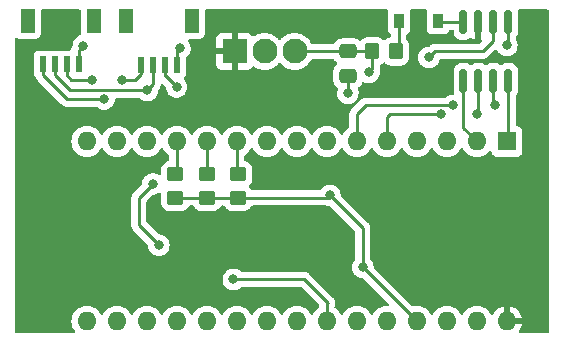
<source format=gbr>
%TF.GenerationSoftware,KiCad,Pcbnew,6.0.2+dfsg-1*%
%TF.CreationDate,2023-02-05T15:53:52-05:00*%
%TF.ProjectId,lin-master,6c696e2d-6d61-4737-9465-722e6b696361,1.0*%
%TF.SameCoordinates,Original*%
%TF.FileFunction,Copper,L1,Top*%
%TF.FilePolarity,Positive*%
%FSLAX46Y46*%
G04 Gerber Fmt 4.6, Leading zero omitted, Abs format (unit mm)*
G04 Created by KiCad (PCBNEW 6.0.2+dfsg-1) date 2023-02-05 15:53:52*
%MOMM*%
%LPD*%
G01*
G04 APERTURE LIST*
G04 Aperture macros list*
%AMRoundRect*
0 Rectangle with rounded corners*
0 $1 Rounding radius*
0 $2 $3 $4 $5 $6 $7 $8 $9 X,Y pos of 4 corners*
0 Add a 4 corners polygon primitive as box body*
4,1,4,$2,$3,$4,$5,$6,$7,$8,$9,$2,$3,0*
0 Add four circle primitives for the rounded corners*
1,1,$1+$1,$2,$3*
1,1,$1+$1,$4,$5*
1,1,$1+$1,$6,$7*
1,1,$1+$1,$8,$9*
0 Add four rect primitives between the rounded corners*
20,1,$1+$1,$2,$3,$4,$5,0*
20,1,$1+$1,$4,$5,$6,$7,0*
20,1,$1+$1,$6,$7,$8,$9,0*
20,1,$1+$1,$8,$9,$2,$3,0*%
G04 Aperture macros list end*
%TA.AperFunction,SMDPad,CuDef*%
%ADD10R,0.599440X1.348740*%
%TD*%
%TA.AperFunction,SMDPad,CuDef*%
%ADD11R,1.198880X1.998980*%
%TD*%
%TA.AperFunction,SMDPad,CuDef*%
%ADD12RoundRect,0.250000X0.450000X-0.350000X0.450000X0.350000X-0.450000X0.350000X-0.450000X-0.350000X0*%
%TD*%
%TA.AperFunction,ComponentPad*%
%ADD13R,2.100000X2.100000*%
%TD*%
%TA.AperFunction,ComponentPad*%
%ADD14C,2.100000*%
%TD*%
%TA.AperFunction,SMDPad,CuDef*%
%ADD15RoundRect,0.250000X-0.475000X0.337500X-0.475000X-0.337500X0.475000X-0.337500X0.475000X0.337500X0*%
%TD*%
%TA.AperFunction,SMDPad,CuDef*%
%ADD16RoundRect,0.250000X0.350000X0.450000X-0.350000X0.450000X-0.350000X-0.450000X0.350000X-0.450000X0*%
%TD*%
%TA.AperFunction,SMDPad,CuDef*%
%ADD17RoundRect,0.150000X0.150000X-0.825000X0.150000X0.825000X-0.150000X0.825000X-0.150000X-0.825000X0*%
%TD*%
%TA.AperFunction,ComponentPad*%
%ADD18R,1.600000X1.600000*%
%TD*%
%TA.AperFunction,ComponentPad*%
%ADD19O,1.600000X1.600000*%
%TD*%
%TA.AperFunction,SMDPad,CuDef*%
%ADD20R,0.900000X1.200000*%
%TD*%
%TA.AperFunction,ViaPad*%
%ADD21C,0.800000*%
%TD*%
%TA.AperFunction,Conductor*%
%ADD22C,0.250000*%
%TD*%
G04 APERTURE END LIST*
D10*
%TO.P,J2,1,GND*%
%TO.N,GND*%
X107498600Y-79600000D03*
%TO.P,J2,2,VCC*%
%TO.N,+3V3*%
X106497840Y-79600000D03*
%TO.P,J2,3,SDA*%
%TO.N,SDA3V*%
X105502160Y-79600000D03*
%TO.P,J2,4,SCL*%
%TO.N,SCL3V*%
X104501400Y-79600000D03*
D11*
%TO.P,J2,NC1*%
%TO.N,N/C*%
X103200920Y-75927160D03*
%TO.P,J2,NC2*%
X108799080Y-75927160D03*
%TD*%
D12*
%TO.P,R10,2*%
%TO.N,A2*%
X115700000Y-88900000D03*
%TO.P,R10,1*%
%TO.N,+5V*%
X115700000Y-90900000D03*
%TD*%
%TO.P,R9,1*%
%TO.N,+5V*%
X118400000Y-90900000D03*
%TO.P,R9,2*%
%TO.N,A1*%
X118400000Y-88900000D03*
%TD*%
%TO.P,R8,1*%
%TO.N,+5V*%
X121000000Y-90900000D03*
%TO.P,R8,2*%
%TO.N,A0*%
X121000000Y-88900000D03*
%TD*%
D10*
%TO.P,J3,1,GND*%
%TO.N,GND*%
X115803680Y-79618840D03*
%TO.P,J3,2,VCC*%
%TO.N,+3V3*%
X114802920Y-79618840D03*
%TO.P,J3,3,SDA*%
%TO.N,SDA3V*%
X113807240Y-79618840D03*
%TO.P,J3,4,SCL*%
%TO.N,SCL3V*%
X112806480Y-79618840D03*
D11*
%TO.P,J3,NC1*%
%TO.N,N/C*%
X111506000Y-75946000D03*
%TO.P,J3,NC2*%
X117104160Y-75946000D03*
%TD*%
D13*
%TO.P,J1,1,Pin_1*%
%TO.N,+12V*%
X120707500Y-78486000D03*
D14*
%TO.P,J1,2,Pin_2*%
%TO.N,GND*%
X123247500Y-78486000D03*
%TO.P,J1,3,Pin_3*%
%TO.N,LIN*%
X125787500Y-78486000D03*
%TD*%
D15*
%TO.P,C1,1*%
%TO.N,LIN*%
X130302000Y-78486000D03*
%TO.P,C1,2*%
%TO.N,GND*%
X130302000Y-80561000D03*
%TD*%
D16*
%TO.P,R7,1*%
%TO.N,Net-(D1-Pad1)*%
X134366000Y-78486000D03*
%TO.P,R7,2*%
%TO.N,LIN*%
X132366000Y-78486000D03*
%TD*%
D17*
%TO.P,U2,1,RXD*%
%TO.N,RXD*%
X140081000Y-80961000D03*
%TO.P,U2,2,~{SLP}*%
%TO.N,~{LIN_SLP}*%
X141351000Y-80961000D03*
%TO.P,U2,3,~{WAKE}*%
%TO.N,~{LIN_WAKE}*%
X142621000Y-80961000D03*
%TO.P,U2,4,TXD*%
%TO.N,TXD*%
X143891000Y-80961000D03*
%TO.P,U2,5,GND*%
%TO.N,GND*%
X143891000Y-76011000D03*
%TO.P,U2,6,LIN*%
%TO.N,LIN*%
X142621000Y-76011000D03*
%TO.P,U2,7,VBAT*%
%TO.N,+12V*%
X141351000Y-76011000D03*
%TO.P,U2,8,INH*%
%TO.N,Net-(D1-Pad2)*%
X140081000Y-76011000D03*
%TD*%
D18*
%TO.P,U1,1,D1/TX*%
%TO.N,TXD*%
X143764000Y-86106000D03*
D19*
%TO.P,U1,2,D0/RX*%
%TO.N,RXD*%
X141224000Y-86106000D03*
%TO.P,U1,3,~{RESET}*%
%TO.N,unconnected-(U1-Pad3)*%
X138684000Y-86106000D03*
%TO.P,U1,4,GND*%
%TO.N,GND*%
X136144000Y-86106000D03*
%TO.P,U1,5,D2*%
%TO.N,~{LIN_SLP}*%
X133604000Y-86106000D03*
%TO.P,U1,6,D3*%
%TO.N,~{LIN_WAKE}*%
X131064000Y-86106000D03*
%TO.P,U1,7,D4*%
%TO.N,unconnected-(U1-Pad7)*%
X128524000Y-86106000D03*
%TO.P,U1,8,D5*%
%TO.N,unconnected-(U1-Pad8)*%
X125984000Y-86106000D03*
%TO.P,U1,9,D6*%
%TO.N,unconnected-(U1-Pad9)*%
X123444000Y-86106000D03*
%TO.P,U1,10,D7*%
%TO.N,A0*%
X120904000Y-86106000D03*
%TO.P,U1,11,D8*%
%TO.N,A1*%
X118364000Y-86106000D03*
%TO.P,U1,12,D9*%
%TO.N,A2*%
X115824000Y-86106000D03*
%TO.P,U1,13,D10*%
%TO.N,unconnected-(U1-Pad13)*%
X113284000Y-86106000D03*
%TO.P,U1,14,D11*%
%TO.N,unconnected-(U1-Pad14)*%
X110744000Y-86106000D03*
%TO.P,U1,15,D12*%
%TO.N,unconnected-(U1-Pad15)*%
X108204000Y-86106000D03*
%TO.P,U1,16,D13*%
%TO.N,unconnected-(U1-Pad16)*%
X108204000Y-101346000D03*
%TO.P,U1,17,3V3*%
%TO.N,+3V3*%
X110744000Y-101346000D03*
%TO.P,U1,18,AREF*%
%TO.N,unconnected-(U1-Pad18)*%
X113284000Y-101346000D03*
%TO.P,U1,19,A0*%
%TO.N,unconnected-(U1-Pad19)*%
X115824000Y-101346000D03*
%TO.P,U1,20,A1*%
%TO.N,unconnected-(U1-Pad20)*%
X118364000Y-101346000D03*
%TO.P,U1,21,A2*%
%TO.N,unconnected-(U1-Pad21)*%
X120904000Y-101346000D03*
%TO.P,U1,22,A3*%
%TO.N,unconnected-(U1-Pad22)*%
X123444000Y-101346000D03*
%TO.P,U1,23,A4*%
%TO.N,SDA5V*%
X125984000Y-101346000D03*
%TO.P,U1,24,A5*%
%TO.N,SCL5V*%
X128524000Y-101346000D03*
%TO.P,U1,25,A6*%
%TO.N,unconnected-(U1-Pad25)*%
X131064000Y-101346000D03*
%TO.P,U1,26,A7*%
%TO.N,unconnected-(U1-Pad26)*%
X133604000Y-101346000D03*
%TO.P,U1,27,+5V*%
%TO.N,+5V*%
X136144000Y-101346000D03*
%TO.P,U1,28,~{RESET}*%
%TO.N,unconnected-(U1-Pad28)*%
X138684000Y-101346000D03*
%TO.P,U1,29,GND*%
%TO.N,GND*%
X141224000Y-101346000D03*
%TO.P,U1,30,VIN*%
%TO.N,+12V*%
X143764000Y-101346000D03*
%TD*%
D20*
%TO.P,D1,1,K*%
%TO.N,Net-(D1-Pad1)*%
X134620000Y-75946000D03*
%TO.P,D1,2,A*%
%TO.N,Net-(D1-Pad2)*%
X137920000Y-75946000D03*
%TD*%
D21*
%TO.N,SCL3V*%
X109650000Y-82524500D03*
%TO.N,+3V3*%
X115800000Y-81500000D03*
X108600000Y-80900000D03*
%TO.N,GND*%
X107900000Y-78000000D03*
%TO.N,SDA3V*%
X113300000Y-81800000D03*
X114300000Y-94900000D03*
X113800000Y-89700000D03*
%TO.N,SCL3V*%
X111200000Y-80900000D03*
%TO.N,SCL5V*%
X120600000Y-97800000D03*
%TO.N,LIN*%
X137160000Y-78994000D03*
X132080000Y-80264000D03*
%TO.N,GND*%
X116078000Y-78232000D03*
X143764000Y-77978000D03*
X130302000Y-82042000D03*
%TO.N,+5V*%
X131572000Y-96774000D03*
X128778000Y-90678000D03*
%TO.N,~{LIN_SLP}*%
X138176000Y-83820000D03*
X141224000Y-83820000D03*
%TO.N,~{LIN_WAKE}*%
X142748000Y-83058000D03*
X139192000Y-83058000D03*
%TD*%
D22*
%TO.N,SCL3V*%
X111200000Y-80900000D02*
X112300000Y-80900000D01*
X112300000Y-80900000D02*
X112806480Y-80393520D01*
X112806480Y-80393520D02*
X112806480Y-79618840D01*
X104501400Y-79600000D02*
X104501400Y-80524370D01*
X104501400Y-80524370D02*
X106501530Y-82524500D01*
X106501530Y-82524500D02*
X109650000Y-82524500D01*
%TO.N,SDA3V*%
X105502160Y-79600000D02*
X105502160Y-80524370D01*
X105502160Y-80524370D02*
X106777790Y-81800000D01*
X106777790Y-81800000D02*
X113300000Y-81800000D01*
%TO.N,+3V3*%
X114802920Y-79618840D02*
X114802920Y-80502920D01*
X114802920Y-80502920D02*
X115800000Y-81500000D01*
X106873470Y-80900000D02*
X108600000Y-80900000D01*
X106497840Y-80524370D02*
X106873470Y-80900000D01*
X106497840Y-79600000D02*
X106497840Y-80524370D01*
%TO.N,GND*%
X107498600Y-78401400D02*
X107900000Y-78000000D01*
X107498600Y-79600000D02*
X107498600Y-78401400D01*
%TO.N,+3V3*%
X114802920Y-79618840D02*
X114802920Y-80543210D01*
%TO.N,SDA3V*%
X113800000Y-89700000D02*
X112600000Y-90900000D01*
X112600000Y-90900000D02*
X112600000Y-93200000D01*
X112600000Y-93200000D02*
X114300000Y-94900000D01*
X113300000Y-81800000D02*
X113807240Y-81292760D01*
X113807240Y-81292760D02*
X113807240Y-79618840D01*
%TO.N,SCL5V*%
X120600000Y-97800000D02*
X126600000Y-97800000D01*
X128600000Y-99800000D02*
X128524000Y-99876000D01*
X126600000Y-97800000D02*
X128600000Y-99800000D01*
X128524000Y-99876000D02*
X128524000Y-101346000D01*
%TO.N,+5V*%
X121000000Y-90900000D02*
X128556000Y-90900000D01*
X128556000Y-90900000D02*
X128778000Y-90678000D01*
X118400000Y-90900000D02*
X121000000Y-90900000D01*
X115700000Y-90900000D02*
X118400000Y-90900000D01*
%TO.N,A2*%
X115824000Y-86106000D02*
X115824000Y-88776000D01*
X115824000Y-88776000D02*
X115700000Y-88900000D01*
%TO.N,A1*%
X118364000Y-86106000D02*
X118364000Y-88864000D01*
X118364000Y-88864000D02*
X118400000Y-88900000D01*
%TO.N,A0*%
X120904000Y-86106000D02*
X120904000Y-88804000D01*
X120904000Y-88804000D02*
X121000000Y-88900000D01*
%TO.N,LIN*%
X132080000Y-80264000D02*
X132366000Y-79978000D01*
X137668000Y-78486000D02*
X137160000Y-78994000D01*
X142621000Y-77597000D02*
X141732000Y-78486000D01*
X142621000Y-76011000D02*
X142621000Y-77597000D01*
X132366000Y-79978000D02*
X132366000Y-78486000D01*
X141732000Y-78486000D02*
X137668000Y-78486000D01*
X130302000Y-78486000D02*
X125787500Y-78486000D01*
X132366000Y-78486000D02*
X130302000Y-78486000D01*
%TO.N,GND*%
X115803680Y-78506320D02*
X116078000Y-78232000D01*
X115803680Y-79618840D02*
X115803680Y-78506320D01*
X143891000Y-76011000D02*
X143891000Y-77851000D01*
X143891000Y-77851000D02*
X143764000Y-77978000D01*
X130302000Y-80561000D02*
X130302000Y-82042000D01*
%TO.N,Net-(D1-Pad1)*%
X134620000Y-78232000D02*
X134366000Y-78486000D01*
X134620000Y-75946000D02*
X134620000Y-78232000D01*
%TO.N,Net-(D1-Pad2)*%
X140081000Y-76011000D02*
X137985000Y-76011000D01*
X137985000Y-76011000D02*
X137920000Y-75946000D01*
%TO.N,+5V*%
X131572000Y-96774000D02*
X136144000Y-101346000D01*
X131572000Y-93472000D02*
X128778000Y-90678000D01*
X131572000Y-96774000D02*
X131572000Y-93472000D01*
%TO.N,RXD*%
X141224000Y-86106000D02*
X140081000Y-84963000D01*
X140081000Y-84963000D02*
X140081000Y-80961000D01*
%TO.N,TXD*%
X143891000Y-85979000D02*
X143891000Y-80961000D01*
X143764000Y-86106000D02*
X143891000Y-85979000D01*
%TO.N,~{LIN_SLP}*%
X133604000Y-84074000D02*
X133858000Y-83820000D01*
X133604000Y-86106000D02*
X133604000Y-84074000D01*
X141224000Y-83820000D02*
X141351000Y-83693000D01*
X141351000Y-83693000D02*
X141351000Y-80961000D01*
X133858000Y-83820000D02*
X138176000Y-83820000D01*
%TO.N,~{LIN_WAKE}*%
X131826000Y-83058000D02*
X139192000Y-83058000D01*
X142748000Y-83058000D02*
X142621000Y-82931000D01*
X131572000Y-83312000D02*
X131826000Y-83058000D01*
X131064000Y-86106000D02*
X131064000Y-83820000D01*
X142621000Y-82931000D02*
X142621000Y-80961000D01*
X131064000Y-83820000D02*
X131572000Y-83312000D01*
%TD*%
%TA.AperFunction,Conductor*%
%TO.N,+12V*%
G36*
X107633261Y-74950002D02*
G01*
X107679754Y-75003658D01*
X107691140Y-75056000D01*
X107691140Y-76974784D01*
X107691509Y-76978179D01*
X107691509Y-76978183D01*
X107694067Y-77001731D01*
X107681538Y-77071614D01*
X107633217Y-77123629D01*
X107617508Y-77130747D01*
X107617712Y-77131206D01*
X107449278Y-77206197D01*
X107449276Y-77206198D01*
X107443248Y-77208882D01*
X107437907Y-77212762D01*
X107437906Y-77212763D01*
X107427074Y-77220633D01*
X107288747Y-77321134D01*
X107284326Y-77326044D01*
X107284325Y-77326045D01*
X107166967Y-77456385D01*
X107160960Y-77463056D01*
X107122402Y-77529840D01*
X107094001Y-77579033D01*
X107065473Y-77628444D01*
X107006458Y-77810072D01*
X107005768Y-77816633D01*
X107005768Y-77816635D01*
X106986843Y-77996695D01*
X106961096Y-78060746D01*
X106948986Y-78076359D01*
X106945841Y-78083628D01*
X106945838Y-78083632D01*
X106931426Y-78116937D01*
X106926209Y-78127587D01*
X106904905Y-78166340D01*
X106902934Y-78174015D01*
X106902934Y-78174016D01*
X106899867Y-78185962D01*
X106893463Y-78204666D01*
X106885419Y-78223255D01*
X106884180Y-78231078D01*
X106884177Y-78231088D01*
X106878501Y-78266924D01*
X106876095Y-78278544D01*
X106867698Y-78311251D01*
X106865100Y-78321369D01*
X106861971Y-78320566D01*
X106839559Y-78371981D01*
X106780507Y-78411393D01*
X106742920Y-78417130D01*
X106149986Y-78417130D01*
X106146589Y-78417499D01*
X106095654Y-78423032D01*
X106095652Y-78423032D01*
X106087804Y-78423885D01*
X106080409Y-78426657D01*
X106080406Y-78426658D01*
X106044228Y-78440220D01*
X105973421Y-78445403D01*
X105955772Y-78440220D01*
X105919594Y-78426658D01*
X105919591Y-78426657D01*
X105912196Y-78423885D01*
X105904348Y-78423032D01*
X105904346Y-78423032D01*
X105853411Y-78417499D01*
X105850014Y-78417130D01*
X105154306Y-78417130D01*
X105150909Y-78417499D01*
X105099974Y-78423032D01*
X105099972Y-78423032D01*
X105092124Y-78423885D01*
X105046007Y-78441173D01*
X104975203Y-78446356D01*
X104957561Y-78441176D01*
X104911436Y-78423885D01*
X104903588Y-78423032D01*
X104903586Y-78423032D01*
X104852651Y-78417499D01*
X104849254Y-78417130D01*
X104153546Y-78417130D01*
X104091364Y-78423885D01*
X103954975Y-78475015D01*
X103838419Y-78562369D01*
X103751065Y-78678925D01*
X103699935Y-78815314D01*
X103693180Y-78877496D01*
X103693180Y-80322504D01*
X103699935Y-80384686D01*
X103751065Y-80521075D01*
X103838419Y-80637631D01*
X103845599Y-80643012D01*
X103845600Y-80643013D01*
X103847588Y-80644503D01*
X103849199Y-80646612D01*
X103851949Y-80649362D01*
X103851581Y-80649730D01*
X103889172Y-80698943D01*
X103899204Y-80724281D01*
X103903049Y-80735512D01*
X103915382Y-80777963D01*
X103919415Y-80784782D01*
X103919417Y-80784787D01*
X103925693Y-80795398D01*
X103934388Y-80813146D01*
X103941848Y-80831987D01*
X103946510Y-80838403D01*
X103946510Y-80838404D01*
X103967836Y-80867757D01*
X103974352Y-80877677D01*
X103996858Y-80915732D01*
X104011179Y-80930053D01*
X104024019Y-80945086D01*
X104035928Y-80961477D01*
X104042034Y-80966528D01*
X104070005Y-80989668D01*
X104078784Y-80997658D01*
X105997878Y-82916753D01*
X106005418Y-82925039D01*
X106009530Y-82931518D01*
X106015307Y-82936943D01*
X106059181Y-82978143D01*
X106062023Y-82980898D01*
X106081760Y-83000635D01*
X106084957Y-83003115D01*
X106093977Y-83010818D01*
X106126209Y-83041086D01*
X106133155Y-83044905D01*
X106133158Y-83044907D01*
X106143964Y-83050848D01*
X106160483Y-83061699D01*
X106176489Y-83074114D01*
X106183758Y-83077259D01*
X106183762Y-83077262D01*
X106217067Y-83091674D01*
X106227717Y-83096891D01*
X106266470Y-83118195D01*
X106274145Y-83120166D01*
X106274146Y-83120166D01*
X106286092Y-83123233D01*
X106304797Y-83129637D01*
X106323385Y-83137681D01*
X106331208Y-83138920D01*
X106331218Y-83138923D01*
X106367054Y-83144599D01*
X106378674Y-83147005D01*
X106413819Y-83156028D01*
X106421500Y-83158000D01*
X106441754Y-83158000D01*
X106461464Y-83159551D01*
X106481473Y-83162720D01*
X106489365Y-83161974D01*
X106525491Y-83158559D01*
X106537349Y-83158000D01*
X108941800Y-83158000D01*
X109009921Y-83178002D01*
X109029147Y-83194343D01*
X109029420Y-83194040D01*
X109034332Y-83198463D01*
X109038747Y-83203366D01*
X109193248Y-83315618D01*
X109199276Y-83318302D01*
X109199278Y-83318303D01*
X109332577Y-83377651D01*
X109367712Y-83393294D01*
X109457829Y-83412449D01*
X109548056Y-83431628D01*
X109548061Y-83431628D01*
X109554513Y-83433000D01*
X109745487Y-83433000D01*
X109751939Y-83431628D01*
X109751944Y-83431628D01*
X109842171Y-83412449D01*
X109932288Y-83393294D01*
X109967423Y-83377651D01*
X110100722Y-83318303D01*
X110100724Y-83318302D01*
X110106752Y-83315618D01*
X110261253Y-83203366D01*
X110297851Y-83162720D01*
X110384621Y-83066352D01*
X110384622Y-83066351D01*
X110389040Y-83061444D01*
X110484527Y-82896056D01*
X110543542Y-82714428D01*
X110548338Y-82668794D01*
X110561210Y-82546329D01*
X110588223Y-82480673D01*
X110646445Y-82440043D01*
X110686520Y-82433500D01*
X112591800Y-82433500D01*
X112659921Y-82453502D01*
X112679147Y-82469843D01*
X112679420Y-82469540D01*
X112684332Y-82473963D01*
X112688747Y-82478866D01*
X112700412Y-82487341D01*
X112799130Y-82559064D01*
X112843248Y-82591118D01*
X112849276Y-82593802D01*
X112849278Y-82593803D01*
X113011681Y-82666109D01*
X113017712Y-82668794D01*
X113111112Y-82688647D01*
X113198056Y-82707128D01*
X113198061Y-82707128D01*
X113204513Y-82708500D01*
X113395487Y-82708500D01*
X113401939Y-82707128D01*
X113401944Y-82707128D01*
X113488888Y-82688647D01*
X113582288Y-82668794D01*
X113588319Y-82666109D01*
X113750722Y-82593803D01*
X113750724Y-82593802D01*
X113756752Y-82591118D01*
X113911253Y-82478866D01*
X113934091Y-82453502D01*
X114034621Y-82341852D01*
X114034622Y-82341851D01*
X114039040Y-82336944D01*
X114134527Y-82171556D01*
X114193542Y-81989928D01*
X114210780Y-81825914D01*
X114237793Y-81760258D01*
X114244240Y-81752832D01*
X114260898Y-81735093D01*
X114263653Y-81732251D01*
X114283375Y-81712529D01*
X114285859Y-81709327D01*
X114293557Y-81700315D01*
X114318401Y-81673858D01*
X114323826Y-81668081D01*
X114333587Y-81650326D01*
X114344438Y-81633807D01*
X114356854Y-81617801D01*
X114367498Y-81593204D01*
X114374414Y-81577223D01*
X114379631Y-81566573D01*
X114400935Y-81527820D01*
X114405973Y-81508197D01*
X114412377Y-81489494D01*
X114417273Y-81478180D01*
X114417273Y-81478179D01*
X114420421Y-81470905D01*
X114421660Y-81463082D01*
X114421663Y-81463072D01*
X114427339Y-81427236D01*
X114429745Y-81415616D01*
X114438768Y-81380471D01*
X114438768Y-81380470D01*
X114440740Y-81372790D01*
X114440740Y-81352536D01*
X114442291Y-81332825D01*
X114443891Y-81322723D01*
X114474304Y-81258570D01*
X114534572Y-81221043D01*
X114605561Y-81222057D01*
X114657435Y-81253339D01*
X114852878Y-81448782D01*
X114886904Y-81511094D01*
X114889092Y-81524703D01*
X114891484Y-81547456D01*
X114905333Y-81679221D01*
X114906458Y-81689928D01*
X114965473Y-81871556D01*
X115060960Y-82036944D01*
X115065378Y-82041851D01*
X115065379Y-82041852D01*
X115081129Y-82059344D01*
X115188747Y-82178866D01*
X115242375Y-82217829D01*
X115306195Y-82264197D01*
X115343248Y-82291118D01*
X115349276Y-82293802D01*
X115349278Y-82293803D01*
X115374890Y-82305206D01*
X115517712Y-82368794D01*
X115604357Y-82387211D01*
X115698056Y-82407128D01*
X115698061Y-82407128D01*
X115704513Y-82408500D01*
X115895487Y-82408500D01*
X115901939Y-82407128D01*
X115901944Y-82407128D01*
X115995643Y-82387211D01*
X116082288Y-82368794D01*
X116225110Y-82305206D01*
X116250722Y-82293803D01*
X116250724Y-82293802D01*
X116256752Y-82291118D01*
X116293806Y-82264197D01*
X116357625Y-82217829D01*
X116411253Y-82178866D01*
X116518871Y-82059344D01*
X116534621Y-82041852D01*
X116534622Y-82041851D01*
X116539040Y-82036944D01*
X116634527Y-81871556D01*
X116693542Y-81689928D01*
X116694668Y-81679221D01*
X116712814Y-81506565D01*
X116713504Y-81500000D01*
X116700030Y-81371803D01*
X116694232Y-81316635D01*
X116694232Y-81316633D01*
X116693542Y-81310072D01*
X116634527Y-81128444D01*
X116539040Y-80963056D01*
X116437301Y-80850064D01*
X116406586Y-80786059D01*
X116415350Y-80715605D01*
X116455374Y-80664930D01*
X116466661Y-80656471D01*
X116554015Y-80539915D01*
X116605145Y-80403526D01*
X116611900Y-80341344D01*
X116611900Y-79580669D01*
X119149501Y-79580669D01*
X119149871Y-79587490D01*
X119155395Y-79638352D01*
X119159021Y-79653604D01*
X119204176Y-79774054D01*
X119212714Y-79789649D01*
X119289215Y-79891724D01*
X119301776Y-79904285D01*
X119403851Y-79980786D01*
X119419446Y-79989324D01*
X119539894Y-80034478D01*
X119555149Y-80038105D01*
X119606014Y-80043631D01*
X119612828Y-80044000D01*
X120435385Y-80044000D01*
X120450624Y-80039525D01*
X120451829Y-80038135D01*
X120453500Y-80030452D01*
X120453500Y-78758115D01*
X120449025Y-78742876D01*
X120447635Y-78741671D01*
X120439952Y-78740000D01*
X119167616Y-78740000D01*
X119152377Y-78744475D01*
X119151172Y-78745865D01*
X119149501Y-78753548D01*
X119149501Y-79580669D01*
X116611900Y-79580669D01*
X116611900Y-79031266D01*
X116631902Y-78963145D01*
X116663838Y-78929331D01*
X116689253Y-78910866D01*
X116716223Y-78880913D01*
X116812621Y-78773852D01*
X116812622Y-78773851D01*
X116817040Y-78768944D01*
X116912527Y-78603556D01*
X116971542Y-78421928D01*
X116980992Y-78332022D01*
X116990814Y-78238565D01*
X116990814Y-78238564D01*
X116991504Y-78232000D01*
X116989600Y-78213885D01*
X119149500Y-78213885D01*
X119153975Y-78229124D01*
X119155365Y-78230329D01*
X119163048Y-78232000D01*
X120435385Y-78232000D01*
X120450624Y-78227525D01*
X120451829Y-78226135D01*
X120453500Y-78218452D01*
X120453500Y-76946116D01*
X120449025Y-76930877D01*
X120447635Y-76929672D01*
X120439952Y-76928001D01*
X119612831Y-76928001D01*
X119606010Y-76928371D01*
X119555148Y-76933895D01*
X119539896Y-76937521D01*
X119419446Y-76982676D01*
X119403851Y-76991214D01*
X119301776Y-77067715D01*
X119289215Y-77080276D01*
X119212714Y-77182351D01*
X119204176Y-77197946D01*
X119159022Y-77318394D01*
X119155395Y-77333649D01*
X119149869Y-77384514D01*
X119149500Y-77391328D01*
X119149500Y-78213885D01*
X116989600Y-78213885D01*
X116980280Y-78125206D01*
X116972232Y-78048635D01*
X116972232Y-78048633D01*
X116971542Y-78042072D01*
X116912527Y-77860444D01*
X116908772Y-77853939D01*
X116863928Y-77776268D01*
X116817040Y-77695056D01*
X116789346Y-77664298D01*
X116758630Y-77600293D01*
X116767393Y-77529840D01*
X116812856Y-77475308D01*
X116882983Y-77453990D01*
X117751734Y-77453990D01*
X117813916Y-77447235D01*
X117950305Y-77396105D01*
X118066861Y-77308751D01*
X118154215Y-77192195D01*
X118205345Y-77055806D01*
X118212100Y-76993624D01*
X118212100Y-75056000D01*
X118232102Y-74987879D01*
X118285758Y-74941386D01*
X118338100Y-74930000D01*
X133601052Y-74930000D01*
X133669173Y-74950002D01*
X133715666Y-75003658D01*
X133725770Y-75073932D01*
X133719034Y-75100229D01*
X133671029Y-75228282D01*
X133671027Y-75228288D01*
X133668255Y-75235684D01*
X133661500Y-75297866D01*
X133661500Y-76594134D01*
X133668255Y-76656316D01*
X133719385Y-76792705D01*
X133806739Y-76909261D01*
X133923295Y-76996615D01*
X133923951Y-76996861D01*
X133971157Y-77044175D01*
X133986500Y-77104433D01*
X133986500Y-77161729D01*
X133966498Y-77229850D01*
X133912842Y-77276343D01*
X133873506Y-77287055D01*
X133859834Y-77288474D01*
X133853298Y-77290655D01*
X133853296Y-77290655D01*
X133747220Y-77326045D01*
X133692054Y-77344450D01*
X133541652Y-77437522D01*
X133478900Y-77500384D01*
X133455216Y-77524109D01*
X133392934Y-77558188D01*
X133322114Y-77553185D01*
X133277025Y-77524264D01*
X133194483Y-77441866D01*
X133189303Y-77436695D01*
X133171338Y-77425621D01*
X133044968Y-77347725D01*
X133044966Y-77347724D01*
X133038738Y-77343885D01*
X132911165Y-77301571D01*
X132877389Y-77290368D01*
X132877387Y-77290368D01*
X132870861Y-77288203D01*
X132864025Y-77287503D01*
X132864022Y-77287502D01*
X132817454Y-77282731D01*
X132766400Y-77277500D01*
X131965600Y-77277500D01*
X131962354Y-77277837D01*
X131962350Y-77277837D01*
X131866692Y-77287762D01*
X131866688Y-77287763D01*
X131859834Y-77288474D01*
X131853298Y-77290655D01*
X131853296Y-77290655D01*
X131747220Y-77326045D01*
X131692054Y-77344450D01*
X131541652Y-77437522D01*
X131430174Y-77549195D01*
X131429413Y-77549957D01*
X131367131Y-77584036D01*
X131296311Y-77579033D01*
X131262471Y-77557332D01*
X131261229Y-77558904D01*
X131255483Y-77554366D01*
X131250303Y-77549195D01*
X131244072Y-77545354D01*
X131105968Y-77460225D01*
X131105966Y-77460224D01*
X131099738Y-77456385D01*
X130939254Y-77403155D01*
X130938389Y-77402868D01*
X130938387Y-77402868D01*
X130931861Y-77400703D01*
X130925025Y-77400003D01*
X130925022Y-77400002D01*
X130881969Y-77395591D01*
X130827400Y-77390000D01*
X129776600Y-77390000D01*
X129773354Y-77390337D01*
X129773350Y-77390337D01*
X129677692Y-77400262D01*
X129677688Y-77400263D01*
X129670834Y-77400974D01*
X129664298Y-77403155D01*
X129664296Y-77403155D01*
X129550538Y-77441108D01*
X129503054Y-77456950D01*
X129352652Y-77550022D01*
X129227695Y-77675197D01*
X129223855Y-77681427D01*
X129223854Y-77681428D01*
X129218479Y-77690148D01*
X129161988Y-77781794D01*
X129155317Y-77792616D01*
X129102545Y-77840109D01*
X129048057Y-77852500D01*
X127296046Y-77852500D01*
X127227925Y-77832498D01*
X127183779Y-77783703D01*
X127182323Y-77780846D01*
X127180427Y-77776268D01*
X127126358Y-77688035D01*
X127054842Y-77571330D01*
X127054840Y-77571327D01*
X127052252Y-77567104D01*
X127045249Y-77558904D01*
X126896141Y-77384323D01*
X126892933Y-77380567D01*
X126866658Y-77358126D01*
X126710163Y-77224465D01*
X126710160Y-77224463D01*
X126706396Y-77221248D01*
X126702173Y-77218660D01*
X126702170Y-77218658D01*
X126609269Y-77161729D01*
X126497232Y-77093073D01*
X126321568Y-77020310D01*
X126275165Y-77001089D01*
X126275163Y-77001088D01*
X126270592Y-76999195D01*
X126187937Y-76979351D01*
X126036870Y-76943083D01*
X126036864Y-76943082D01*
X126032057Y-76941928D01*
X125787500Y-76922681D01*
X125542943Y-76941928D01*
X125538136Y-76943082D01*
X125538130Y-76943083D01*
X125387063Y-76979351D01*
X125304408Y-76999195D01*
X125299837Y-77001088D01*
X125299835Y-77001089D01*
X125253432Y-77020310D01*
X125077768Y-77093073D01*
X124965731Y-77161729D01*
X124872830Y-77218658D01*
X124872827Y-77218660D01*
X124868604Y-77221248D01*
X124864840Y-77224463D01*
X124864837Y-77224465D01*
X124708342Y-77358126D01*
X124682067Y-77380567D01*
X124678859Y-77384323D01*
X124613311Y-77461069D01*
X124553860Y-77499878D01*
X124482865Y-77500384D01*
X124421689Y-77461069D01*
X124356141Y-77384323D01*
X124352933Y-77380567D01*
X124326658Y-77358126D01*
X124170163Y-77224465D01*
X124170160Y-77224463D01*
X124166396Y-77221248D01*
X124162173Y-77218660D01*
X124162170Y-77218658D01*
X124069269Y-77161729D01*
X123957232Y-77093073D01*
X123781568Y-77020310D01*
X123735165Y-77001089D01*
X123735163Y-77001088D01*
X123730592Y-76999195D01*
X123647937Y-76979351D01*
X123496870Y-76943083D01*
X123496864Y-76943082D01*
X123492057Y-76941928D01*
X123247500Y-76922681D01*
X123002943Y-76941928D01*
X122998136Y-76943082D01*
X122998130Y-76943083D01*
X122847063Y-76979351D01*
X122764408Y-76999195D01*
X122759837Y-77001088D01*
X122759835Y-77001089D01*
X122713432Y-77020310D01*
X122537768Y-77093073D01*
X122406759Y-77173355D01*
X122359859Y-77202095D01*
X122291326Y-77220633D01*
X122223649Y-77199176D01*
X122193198Y-77170227D01*
X122125781Y-77080272D01*
X122113224Y-77067715D01*
X122011149Y-76991214D01*
X121995554Y-76982676D01*
X121875106Y-76937522D01*
X121859851Y-76933895D01*
X121808986Y-76928369D01*
X121802172Y-76928000D01*
X120979615Y-76928000D01*
X120964376Y-76932475D01*
X120963171Y-76933865D01*
X120961500Y-76941548D01*
X120961500Y-80025884D01*
X120965975Y-80041123D01*
X120967365Y-80042328D01*
X120975048Y-80043999D01*
X121802169Y-80043999D01*
X121808990Y-80043629D01*
X121859852Y-80038105D01*
X121875104Y-80034479D01*
X121995554Y-79989324D01*
X122011149Y-79980786D01*
X122113224Y-79904285D01*
X122125781Y-79891728D01*
X122193198Y-79801773D01*
X122250058Y-79759258D01*
X122320876Y-79754232D01*
X122359859Y-79769905D01*
X122537768Y-79878927D01*
X122682467Y-79938864D01*
X122759835Y-79970911D01*
X122759837Y-79970912D01*
X122764408Y-79972805D01*
X122833215Y-79989324D01*
X122998130Y-80028917D01*
X122998136Y-80028918D01*
X123002943Y-80030072D01*
X123247500Y-80049319D01*
X123492057Y-80030072D01*
X123496864Y-80028918D01*
X123496870Y-80028917D01*
X123661785Y-79989324D01*
X123730592Y-79972805D01*
X123735163Y-79970912D01*
X123735165Y-79970911D01*
X123812533Y-79938864D01*
X123957232Y-79878927D01*
X124092985Y-79795738D01*
X124162170Y-79753342D01*
X124162173Y-79753340D01*
X124166396Y-79750752D01*
X124198206Y-79723584D01*
X124349177Y-79594641D01*
X124352933Y-79591433D01*
X124404596Y-79530944D01*
X124421689Y-79510931D01*
X124481140Y-79472122D01*
X124552135Y-79471616D01*
X124613311Y-79510931D01*
X124630404Y-79530944D01*
X124682067Y-79591433D01*
X124685823Y-79594641D01*
X124836795Y-79723584D01*
X124868604Y-79750752D01*
X124872827Y-79753340D01*
X124872830Y-79753342D01*
X124942015Y-79795738D01*
X125077768Y-79878927D01*
X125222467Y-79938864D01*
X125299835Y-79970911D01*
X125299837Y-79970912D01*
X125304408Y-79972805D01*
X125373215Y-79989324D01*
X125538130Y-80028917D01*
X125538136Y-80028918D01*
X125542943Y-80030072D01*
X125787500Y-80049319D01*
X126032057Y-80030072D01*
X126036864Y-80028918D01*
X126036870Y-80028917D01*
X126201785Y-79989324D01*
X126270592Y-79972805D01*
X126275163Y-79970912D01*
X126275165Y-79970911D01*
X126352533Y-79938864D01*
X126497232Y-79878927D01*
X126632985Y-79795738D01*
X126702170Y-79753342D01*
X126702173Y-79753340D01*
X126706396Y-79750752D01*
X126738206Y-79723584D01*
X126889177Y-79594641D01*
X126892933Y-79591433D01*
X126945288Y-79530134D01*
X127049035Y-79408663D01*
X127049037Y-79408660D01*
X127052252Y-79404896D01*
X127072853Y-79371279D01*
X127177838Y-79199957D01*
X127177838Y-79199956D01*
X127180427Y-79195732D01*
X127182323Y-79191154D01*
X127183779Y-79188297D01*
X127232527Y-79136682D01*
X127296046Y-79119500D01*
X129047954Y-79119500D01*
X129116075Y-79139502D01*
X129155098Y-79179197D01*
X129228522Y-79297848D01*
X129233704Y-79303021D01*
X129257800Y-79327075D01*
X129353697Y-79422805D01*
X129357916Y-79425406D01*
X129398417Y-79482530D01*
X129401649Y-79553453D01*
X129366024Y-79614865D01*
X129358470Y-79621422D01*
X129352652Y-79625022D01*
X129227695Y-79750197D01*
X129223855Y-79756427D01*
X129223854Y-79756428D01*
X129140454Y-79891728D01*
X129134885Y-79900762D01*
X129117574Y-79952953D01*
X129087376Y-80043999D01*
X129079203Y-80068639D01*
X129068500Y-80173100D01*
X129068500Y-80948900D01*
X129068837Y-80952146D01*
X129068837Y-80952150D01*
X129076638Y-81027329D01*
X129079474Y-81054666D01*
X129081655Y-81061202D01*
X129081655Y-81061204D01*
X129102179Y-81122721D01*
X129135450Y-81222446D01*
X129228522Y-81372848D01*
X129353697Y-81497805D01*
X129359925Y-81501644D01*
X129359930Y-81501648D01*
X129410893Y-81533062D01*
X129458386Y-81585834D01*
X129469808Y-81655906D01*
X129464609Y-81679257D01*
X129446931Y-81733665D01*
X129408458Y-81852072D01*
X129407768Y-81858633D01*
X129407768Y-81858635D01*
X129405163Y-81883421D01*
X129388496Y-82042000D01*
X129389186Y-82048565D01*
X129405594Y-82204675D01*
X129408458Y-82231928D01*
X129467473Y-82413556D01*
X129470776Y-82419278D01*
X129470777Y-82419279D01*
X129499795Y-82469540D01*
X129562960Y-82578944D01*
X129567378Y-82583851D01*
X129567379Y-82583852D01*
X129684950Y-82714428D01*
X129690747Y-82720866D01*
X129845248Y-82833118D01*
X129851276Y-82835802D01*
X129851278Y-82835803D01*
X130013681Y-82908109D01*
X130019712Y-82910794D01*
X130113112Y-82930647D01*
X130200056Y-82949128D01*
X130200061Y-82949128D01*
X130206513Y-82950500D01*
X130397487Y-82950500D01*
X130403939Y-82949128D01*
X130403944Y-82949128D01*
X130490888Y-82930647D01*
X130584288Y-82910794D01*
X130590319Y-82908109D01*
X130752722Y-82835803D01*
X130752724Y-82835802D01*
X130758752Y-82833118D01*
X130912481Y-82721427D01*
X130918551Y-82719261D01*
X130932780Y-82699179D01*
X131036621Y-82583852D01*
X131036622Y-82583851D01*
X131041040Y-82578944D01*
X131104205Y-82469540D01*
X131133223Y-82419279D01*
X131133224Y-82419278D01*
X131136527Y-82413556D01*
X131195542Y-82231928D01*
X131198407Y-82204675D01*
X131214814Y-82048565D01*
X131215504Y-82042000D01*
X131198837Y-81883421D01*
X131196232Y-81858635D01*
X131196232Y-81858633D01*
X131195542Y-81852072D01*
X131157069Y-81733665D01*
X131139379Y-81679221D01*
X131137351Y-81608254D01*
X131174014Y-81547456D01*
X131192900Y-81533147D01*
X131251348Y-81496978D01*
X131376305Y-81371803D01*
X131380584Y-81364861D01*
X131465275Y-81227468D01*
X131465276Y-81227466D01*
X131469115Y-81221238D01*
X131492242Y-81151511D01*
X131493172Y-81148708D01*
X131533602Y-81090348D01*
X131599167Y-81063111D01*
X131664014Y-81073268D01*
X131787942Y-81128444D01*
X131797712Y-81132794D01*
X131874021Y-81149014D01*
X131978056Y-81171128D01*
X131978061Y-81171128D01*
X131984513Y-81172500D01*
X132175487Y-81172500D01*
X132181939Y-81171128D01*
X132181944Y-81171128D01*
X132285979Y-81149014D01*
X132362288Y-81132794D01*
X132368319Y-81130109D01*
X132530722Y-81057803D01*
X132530724Y-81057802D01*
X132536752Y-81055118D01*
X132546814Y-81047808D01*
X132592157Y-81014864D01*
X132691253Y-80942866D01*
X132695675Y-80937955D01*
X132814621Y-80805852D01*
X132814622Y-80805851D01*
X132819040Y-80800944D01*
X132887039Y-80683167D01*
X132911223Y-80641279D01*
X132911224Y-80641278D01*
X132914527Y-80635556D01*
X132973542Y-80453928D01*
X132978840Y-80403526D01*
X132992814Y-80270565D01*
X132993504Y-80264000D01*
X132989515Y-80226045D01*
X132982711Y-80161306D01*
X132983573Y-80128422D01*
X132986099Y-80112476D01*
X132988505Y-80100857D01*
X132997528Y-80065711D01*
X132997528Y-80065710D01*
X132999500Y-80058030D01*
X132999500Y-80037776D01*
X133001051Y-80018065D01*
X133002980Y-80005886D01*
X133004220Y-79998057D01*
X133003395Y-79989324D01*
X133000059Y-79954039D01*
X132999500Y-79942181D01*
X132999500Y-79722781D01*
X133019502Y-79654660D01*
X133059197Y-79615637D01*
X133115705Y-79580669D01*
X133190348Y-79534478D01*
X133276784Y-79447891D01*
X133339066Y-79413812D01*
X133409886Y-79418815D01*
X133454976Y-79447736D01*
X133542697Y-79535305D01*
X133548927Y-79539145D01*
X133548928Y-79539146D01*
X133686903Y-79624195D01*
X133693262Y-79628115D01*
X133724126Y-79638352D01*
X133854611Y-79681632D01*
X133854613Y-79681632D01*
X133861139Y-79683797D01*
X133867975Y-79684497D01*
X133867978Y-79684498D01*
X133911031Y-79688909D01*
X133965600Y-79694500D01*
X134766400Y-79694500D01*
X134769646Y-79694163D01*
X134769650Y-79694163D01*
X134865308Y-79684238D01*
X134865312Y-79684237D01*
X134872166Y-79683526D01*
X134878702Y-79681345D01*
X134878704Y-79681345D01*
X135025079Y-79632510D01*
X135039946Y-79627550D01*
X135190348Y-79534478D01*
X135315305Y-79409303D01*
X135319146Y-79403072D01*
X135404275Y-79264968D01*
X135404276Y-79264966D01*
X135408115Y-79258738D01*
X135454113Y-79120059D01*
X135461632Y-79097389D01*
X135461632Y-79097387D01*
X135463797Y-79090861D01*
X135468141Y-79048469D01*
X135471460Y-79016073D01*
X135474500Y-78986400D01*
X135474500Y-77985600D01*
X135474070Y-77981458D01*
X135464238Y-77886692D01*
X135464237Y-77886688D01*
X135463526Y-77879834D01*
X135458573Y-77864986D01*
X135409868Y-77719002D01*
X135407550Y-77712054D01*
X135314478Y-77561652D01*
X135309296Y-77556479D01*
X135309292Y-77556474D01*
X135290483Y-77537698D01*
X135256403Y-77475416D01*
X135253500Y-77448525D01*
X135253500Y-77104433D01*
X135273502Y-77036312D01*
X135315678Y-76997000D01*
X135316705Y-76996615D01*
X135433261Y-76909261D01*
X135520615Y-76792705D01*
X135571745Y-76656316D01*
X135578500Y-76594134D01*
X135578500Y-75297866D01*
X135571745Y-75235684D01*
X135568973Y-75228288D01*
X135568971Y-75228282D01*
X135520966Y-75100229D01*
X135515783Y-75029422D01*
X135549704Y-74967053D01*
X135611960Y-74932924D01*
X135638948Y-74930000D01*
X136901052Y-74930000D01*
X136969173Y-74950002D01*
X137015666Y-75003658D01*
X137025770Y-75073932D01*
X137019034Y-75100229D01*
X136971029Y-75228282D01*
X136971027Y-75228288D01*
X136968255Y-75235684D01*
X136961500Y-75297866D01*
X136961500Y-76594134D01*
X136968255Y-76656316D01*
X137019385Y-76792705D01*
X137106739Y-76909261D01*
X137223295Y-76996615D01*
X137359684Y-77047745D01*
X137421866Y-77054500D01*
X138418134Y-77054500D01*
X138480316Y-77047745D01*
X138616705Y-76996615D01*
X138733261Y-76909261D01*
X138820615Y-76792705D01*
X138845520Y-76726271D01*
X138888161Y-76669506D01*
X138954722Y-76644806D01*
X138963502Y-76644500D01*
X139146500Y-76644500D01*
X139214621Y-76664502D01*
X139261114Y-76718158D01*
X139272500Y-76770500D01*
X139272500Y-76902502D01*
X139272693Y-76904950D01*
X139272693Y-76904958D01*
X139274536Y-76928369D01*
X139275438Y-76939831D01*
X139298819Y-77020310D01*
X139316241Y-77080276D01*
X139321855Y-77099601D01*
X139325892Y-77106427D01*
X139402509Y-77235980D01*
X139402511Y-77235983D01*
X139406547Y-77242807D01*
X139524193Y-77360453D01*
X139531016Y-77364488D01*
X139531020Y-77364491D01*
X139596398Y-77403155D01*
X139667399Y-77445145D01*
X139675010Y-77447356D01*
X139675012Y-77447357D01*
X139708032Y-77456950D01*
X139827169Y-77491562D01*
X139833574Y-77492066D01*
X139833579Y-77492067D01*
X139862042Y-77494307D01*
X139862050Y-77494307D01*
X139864498Y-77494500D01*
X140297502Y-77494500D01*
X140299950Y-77494307D01*
X140299958Y-77494307D01*
X140328421Y-77492067D01*
X140328426Y-77492066D01*
X140334831Y-77491562D01*
X140453968Y-77456950D01*
X140486988Y-77447357D01*
X140486990Y-77447356D01*
X140494601Y-77445145D01*
X140637807Y-77360453D01*
X140640747Y-77357513D01*
X140705271Y-77332179D01*
X140774894Y-77346080D01*
X140793640Y-77358129D01*
X140801323Y-77364089D01*
X140930779Y-77440648D01*
X140945210Y-77446893D01*
X141079605Y-77485939D01*
X141093706Y-77485899D01*
X141097000Y-77478630D01*
X141097000Y-75883000D01*
X141117002Y-75814879D01*
X141170658Y-75768386D01*
X141223000Y-75757000D01*
X141479000Y-75757000D01*
X141547121Y-75777002D01*
X141593614Y-75830658D01*
X141605000Y-75883000D01*
X141605000Y-77472878D01*
X141609475Y-77488117D01*
X141627476Y-77503715D01*
X141665860Y-77563441D01*
X141665860Y-77634438D01*
X141634059Y-77688035D01*
X141506499Y-77815595D01*
X141444187Y-77849621D01*
X141417404Y-77852500D01*
X137746763Y-77852500D01*
X137735579Y-77851973D01*
X137728091Y-77850299D01*
X137720168Y-77850548D01*
X137660033Y-77852438D01*
X137656075Y-77852500D01*
X137628144Y-77852500D01*
X137624229Y-77852995D01*
X137624225Y-77852995D01*
X137624167Y-77853003D01*
X137624138Y-77853006D01*
X137612296Y-77853939D01*
X137568110Y-77855327D01*
X137550744Y-77860372D01*
X137548658Y-77860978D01*
X137529306Y-77864986D01*
X137517068Y-77866532D01*
X137517066Y-77866533D01*
X137509203Y-77867526D01*
X137468086Y-77883806D01*
X137456885Y-77887641D01*
X137414406Y-77899982D01*
X137407587Y-77904015D01*
X137407582Y-77904017D01*
X137396971Y-77910293D01*
X137379221Y-77918990D01*
X137360383Y-77926448D01*
X137353967Y-77931109D01*
X137353966Y-77931110D01*
X137324625Y-77952428D01*
X137314701Y-77958947D01*
X137283460Y-77977422D01*
X137283455Y-77977426D01*
X137276637Y-77981458D01*
X137262313Y-77995782D01*
X137247281Y-78008621D01*
X137230893Y-78020528D01*
X137225842Y-78026634D01*
X137214936Y-78039817D01*
X137156102Y-78079554D01*
X137117852Y-78085500D01*
X137064513Y-78085500D01*
X137058061Y-78086872D01*
X137058056Y-78086872D01*
X136971113Y-78105353D01*
X136877712Y-78125206D01*
X136871682Y-78127891D01*
X136871681Y-78127891D01*
X136709278Y-78200197D01*
X136709276Y-78200198D01*
X136703248Y-78202882D01*
X136697907Y-78206762D01*
X136697906Y-78206763D01*
X136664426Y-78231088D01*
X136548747Y-78315134D01*
X136544326Y-78320044D01*
X136544325Y-78320045D01*
X136431369Y-78445496D01*
X136420960Y-78457056D01*
X136325473Y-78622444D01*
X136266458Y-78804072D01*
X136265768Y-78810633D01*
X136265768Y-78810635D01*
X136257259Y-78891596D01*
X136246496Y-78994000D01*
X136247186Y-79000565D01*
X136262624Y-79147446D01*
X136266458Y-79183928D01*
X136325473Y-79365556D01*
X136328776Y-79371278D01*
X136328777Y-79371279D01*
X136344792Y-79399017D01*
X136420960Y-79530944D01*
X136425378Y-79535851D01*
X136425379Y-79535852D01*
X136512410Y-79632510D01*
X136548747Y-79672866D01*
X136703248Y-79785118D01*
X136709276Y-79787802D01*
X136709278Y-79787803D01*
X136871681Y-79860109D01*
X136877712Y-79862794D01*
X136958716Y-79880012D01*
X137058056Y-79901128D01*
X137058061Y-79901128D01*
X137064513Y-79902500D01*
X137255487Y-79902500D01*
X137261939Y-79901128D01*
X137261944Y-79901128D01*
X137361284Y-79880012D01*
X137442288Y-79862794D01*
X137448319Y-79860109D01*
X137610722Y-79787803D01*
X137610724Y-79787802D01*
X137616752Y-79785118D01*
X137771253Y-79672866D01*
X137807590Y-79632510D01*
X137894621Y-79535852D01*
X137894622Y-79535851D01*
X137899040Y-79530944D01*
X137975208Y-79399017D01*
X137991223Y-79371279D01*
X137991224Y-79371278D01*
X137994527Y-79365556D01*
X138046187Y-79206564D01*
X138086261Y-79147958D01*
X138151657Y-79120321D01*
X138166020Y-79119500D01*
X141653233Y-79119500D01*
X141664416Y-79120027D01*
X141671909Y-79121702D01*
X141679835Y-79121453D01*
X141679836Y-79121453D01*
X141739986Y-79119562D01*
X141743945Y-79119500D01*
X141771856Y-79119500D01*
X141775791Y-79119003D01*
X141775856Y-79118995D01*
X141787693Y-79118062D01*
X141819951Y-79117048D01*
X141823970Y-79116922D01*
X141831889Y-79116673D01*
X141851343Y-79111021D01*
X141870700Y-79107013D01*
X141882930Y-79105468D01*
X141882931Y-79105468D01*
X141890797Y-79104474D01*
X141898168Y-79101555D01*
X141898170Y-79101555D01*
X141931912Y-79088196D01*
X141943142Y-79084351D01*
X141977983Y-79074229D01*
X141977984Y-79074229D01*
X141985593Y-79072018D01*
X141992412Y-79067985D01*
X141992417Y-79067983D01*
X142003028Y-79061707D01*
X142020776Y-79053012D01*
X142039617Y-79045552D01*
X142075387Y-79019564D01*
X142085307Y-79013048D01*
X142116535Y-78994580D01*
X142116538Y-78994578D01*
X142123362Y-78990542D01*
X142137683Y-78976221D01*
X142152717Y-78963380D01*
X142169107Y-78951472D01*
X142174158Y-78945367D01*
X142174163Y-78945362D01*
X142197299Y-78917396D01*
X142205287Y-78908618D01*
X142752922Y-78360983D01*
X142815234Y-78326957D01*
X142886049Y-78332022D01*
X142942885Y-78374569D01*
X142951136Y-78387078D01*
X143021658Y-78509226D01*
X143021661Y-78509231D01*
X143024960Y-78514944D01*
X143029378Y-78519851D01*
X143029379Y-78519852D01*
X143116600Y-78616721D01*
X143152747Y-78656866D01*
X143220612Y-78706173D01*
X143269471Y-78741671D01*
X143307248Y-78769118D01*
X143313276Y-78771802D01*
X143313278Y-78771803D01*
X143400497Y-78810635D01*
X143481712Y-78846794D01*
X143575113Y-78866647D01*
X143662056Y-78885128D01*
X143662061Y-78885128D01*
X143668513Y-78886500D01*
X143859487Y-78886500D01*
X143865939Y-78885128D01*
X143865944Y-78885128D01*
X143952887Y-78866647D01*
X144046288Y-78846794D01*
X144127503Y-78810635D01*
X144214722Y-78771803D01*
X144214724Y-78771802D01*
X144220752Y-78769118D01*
X144258530Y-78741671D01*
X144307388Y-78706173D01*
X144375253Y-78656866D01*
X144411400Y-78616721D01*
X144498621Y-78519852D01*
X144498622Y-78519851D01*
X144503040Y-78514944D01*
X144598527Y-78349556D01*
X144657542Y-78167928D01*
X144658439Y-78159399D01*
X144676814Y-77984565D01*
X144677504Y-77978000D01*
X144671302Y-77918994D01*
X144658232Y-77794635D01*
X144658232Y-77794633D01*
X144657542Y-77788072D01*
X144598527Y-77606444D01*
X144541381Y-77507464D01*
X144524500Y-77444465D01*
X144524500Y-77335950D01*
X144544502Y-77267829D01*
X144555059Y-77254729D01*
X144554989Y-77254675D01*
X144559845Y-77248415D01*
X144565453Y-77242807D01*
X144569489Y-77235983D01*
X144569491Y-77235980D01*
X144646108Y-77106427D01*
X144650145Y-77099601D01*
X144655760Y-77080276D01*
X144673181Y-77020310D01*
X144696562Y-76939831D01*
X144697465Y-76928369D01*
X144699307Y-76904958D01*
X144699307Y-76904950D01*
X144699500Y-76902502D01*
X144699500Y-75119498D01*
X144696562Y-75082169D01*
X144695326Y-75077915D01*
X144702688Y-75008033D01*
X144747117Y-74952656D01*
X144819200Y-74930000D01*
X147194000Y-74930000D01*
X147262121Y-74950002D01*
X147308614Y-75003658D01*
X147320000Y-75056000D01*
X147320000Y-102236000D01*
X147299998Y-102304121D01*
X147246342Y-102350614D01*
X147194000Y-102362000D01*
X144891406Y-102362000D01*
X144823285Y-102341998D01*
X144776792Y-102288342D01*
X144766688Y-102218068D01*
X144788193Y-102163729D01*
X144897931Y-102007007D01*
X144903414Y-101997511D01*
X144995490Y-101800053D01*
X144999236Y-101789761D01*
X145045394Y-101617497D01*
X145045058Y-101603401D01*
X145037116Y-101600000D01*
X143636000Y-101600000D01*
X143567879Y-101579998D01*
X143521386Y-101526342D01*
X143510000Y-101474000D01*
X143510000Y-101073885D01*
X144018000Y-101073885D01*
X144022475Y-101089124D01*
X144023865Y-101090329D01*
X144031548Y-101092000D01*
X145031967Y-101092000D01*
X145045498Y-101088027D01*
X145046727Y-101079478D01*
X144999236Y-100902239D01*
X144995490Y-100891947D01*
X144903414Y-100694489D01*
X144897931Y-100684993D01*
X144772972Y-100506533D01*
X144765916Y-100498125D01*
X144611875Y-100344084D01*
X144603467Y-100337028D01*
X144425007Y-100212069D01*
X144415511Y-100206586D01*
X144218053Y-100114510D01*
X144207761Y-100110764D01*
X144035497Y-100064606D01*
X144021401Y-100064942D01*
X144018000Y-100072884D01*
X144018000Y-101073885D01*
X143510000Y-101073885D01*
X143510000Y-100078033D01*
X143506027Y-100064502D01*
X143497478Y-100063273D01*
X143320239Y-100110764D01*
X143309947Y-100114510D01*
X143112489Y-100206586D01*
X143102993Y-100212069D01*
X142924533Y-100337028D01*
X142916125Y-100344084D01*
X142762084Y-100498125D01*
X142755028Y-100506533D01*
X142630069Y-100684993D01*
X142624586Y-100694489D01*
X142608471Y-100729049D01*
X142561554Y-100782334D01*
X142493277Y-100801795D01*
X142425317Y-100781253D01*
X142380081Y-100729049D01*
X142363849Y-100694238D01*
X142363846Y-100694233D01*
X142361523Y-100689251D01*
X142230198Y-100501700D01*
X142068300Y-100339802D01*
X142063792Y-100336645D01*
X142063789Y-100336643D01*
X141911228Y-100229819D01*
X141880749Y-100208477D01*
X141875767Y-100206154D01*
X141875762Y-100206151D01*
X141678225Y-100114039D01*
X141678224Y-100114039D01*
X141673243Y-100111716D01*
X141667935Y-100110294D01*
X141667933Y-100110293D01*
X141457402Y-100053881D01*
X141457400Y-100053881D01*
X141452087Y-100052457D01*
X141224000Y-100032502D01*
X140995913Y-100052457D01*
X140990600Y-100053881D01*
X140990598Y-100053881D01*
X140780067Y-100110293D01*
X140780065Y-100110294D01*
X140774757Y-100111716D01*
X140769776Y-100114039D01*
X140769775Y-100114039D01*
X140572238Y-100206151D01*
X140572233Y-100206154D01*
X140567251Y-100208477D01*
X140536772Y-100229819D01*
X140384211Y-100336643D01*
X140384208Y-100336645D01*
X140379700Y-100339802D01*
X140217802Y-100501700D01*
X140086477Y-100689251D01*
X140084154Y-100694233D01*
X140084151Y-100694238D01*
X140068195Y-100728457D01*
X140021278Y-100781742D01*
X139953001Y-100801203D01*
X139885041Y-100780661D01*
X139839805Y-100728457D01*
X139823849Y-100694238D01*
X139823846Y-100694233D01*
X139821523Y-100689251D01*
X139690198Y-100501700D01*
X139528300Y-100339802D01*
X139523792Y-100336645D01*
X139523789Y-100336643D01*
X139371228Y-100229819D01*
X139340749Y-100208477D01*
X139335767Y-100206154D01*
X139335762Y-100206151D01*
X139138225Y-100114039D01*
X139138224Y-100114039D01*
X139133243Y-100111716D01*
X139127935Y-100110294D01*
X139127933Y-100110293D01*
X138917402Y-100053881D01*
X138917400Y-100053881D01*
X138912087Y-100052457D01*
X138684000Y-100032502D01*
X138455913Y-100052457D01*
X138450600Y-100053881D01*
X138450598Y-100053881D01*
X138240067Y-100110293D01*
X138240065Y-100110294D01*
X138234757Y-100111716D01*
X138229776Y-100114039D01*
X138229775Y-100114039D01*
X138032238Y-100206151D01*
X138032233Y-100206154D01*
X138027251Y-100208477D01*
X137996772Y-100229819D01*
X137844211Y-100336643D01*
X137844208Y-100336645D01*
X137839700Y-100339802D01*
X137677802Y-100501700D01*
X137546477Y-100689251D01*
X137544154Y-100694233D01*
X137544151Y-100694238D01*
X137528195Y-100728457D01*
X137481278Y-100781742D01*
X137413001Y-100801203D01*
X137345041Y-100780661D01*
X137299805Y-100728457D01*
X137283849Y-100694238D01*
X137283846Y-100694233D01*
X137281523Y-100689251D01*
X137150198Y-100501700D01*
X136988300Y-100339802D01*
X136983792Y-100336645D01*
X136983789Y-100336643D01*
X136831228Y-100229819D01*
X136800749Y-100208477D01*
X136795767Y-100206154D01*
X136795762Y-100206151D01*
X136598225Y-100114039D01*
X136598224Y-100114039D01*
X136593243Y-100111716D01*
X136587935Y-100110294D01*
X136587933Y-100110293D01*
X136377402Y-100053881D01*
X136377400Y-100053881D01*
X136372087Y-100052457D01*
X136144000Y-100032502D01*
X135915913Y-100052457D01*
X135852458Y-100069460D01*
X135781482Y-100067770D01*
X135730753Y-100036848D01*
X132519122Y-96825217D01*
X132485096Y-96762905D01*
X132482907Y-96749292D01*
X132466232Y-96590635D01*
X132466232Y-96590633D01*
X132465542Y-96584072D01*
X132406527Y-96402444D01*
X132311040Y-96237056D01*
X132237863Y-96155785D01*
X132207147Y-96091779D01*
X132205500Y-96071476D01*
X132205500Y-93550768D01*
X132206027Y-93539585D01*
X132207702Y-93532092D01*
X132207135Y-93514034D01*
X132205562Y-93464002D01*
X132205500Y-93460044D01*
X132205500Y-93432144D01*
X132204996Y-93428153D01*
X132204063Y-93416311D01*
X132202923Y-93380036D01*
X132202674Y-93372111D01*
X132200462Y-93364497D01*
X132200461Y-93364492D01*
X132197023Y-93352659D01*
X132193012Y-93333295D01*
X132191467Y-93321064D01*
X132190474Y-93313203D01*
X132187557Y-93305836D01*
X132187556Y-93305831D01*
X132174198Y-93272092D01*
X132170354Y-93260865D01*
X132160230Y-93226022D01*
X132158018Y-93218407D01*
X132147707Y-93200972D01*
X132139012Y-93183224D01*
X132131552Y-93164383D01*
X132105564Y-93128613D01*
X132099048Y-93118693D01*
X132080580Y-93087465D01*
X132080578Y-93087462D01*
X132076542Y-93080638D01*
X132062221Y-93066317D01*
X132049380Y-93051283D01*
X132042131Y-93041306D01*
X132037472Y-93034893D01*
X132003395Y-93006702D01*
X131994616Y-92998712D01*
X129725122Y-90729217D01*
X129691096Y-90666905D01*
X129688907Y-90653292D01*
X129672232Y-90494635D01*
X129672232Y-90494633D01*
X129671542Y-90488072D01*
X129612527Y-90306444D01*
X129517040Y-90141056D01*
X129464702Y-90082928D01*
X129393675Y-90004045D01*
X129393674Y-90004044D01*
X129389253Y-89999134D01*
X129234752Y-89886882D01*
X129228724Y-89884198D01*
X129228722Y-89884197D01*
X129066319Y-89811891D01*
X129066318Y-89811891D01*
X129060288Y-89809206D01*
X128966887Y-89789353D01*
X128879944Y-89770872D01*
X128879939Y-89770872D01*
X128873487Y-89769500D01*
X128682513Y-89769500D01*
X128676061Y-89770872D01*
X128676056Y-89770872D01*
X128589113Y-89789353D01*
X128495712Y-89809206D01*
X128489682Y-89811891D01*
X128489681Y-89811891D01*
X128327278Y-89884197D01*
X128327276Y-89884198D01*
X128321248Y-89886882D01*
X128166747Y-89999134D01*
X128162326Y-90004044D01*
X128162325Y-90004045D01*
X128091299Y-90082928D01*
X128038960Y-90141056D01*
X128035659Y-90146774D01*
X128002908Y-90203500D01*
X127951526Y-90252493D01*
X127893789Y-90266500D01*
X122236781Y-90266500D01*
X122168660Y-90246498D01*
X122129637Y-90206803D01*
X122052332Y-90081880D01*
X122048478Y-90075652D01*
X121961891Y-89989216D01*
X121927812Y-89926934D01*
X121932815Y-89856114D01*
X121961736Y-89811025D01*
X122044134Y-89728483D01*
X122049305Y-89723303D01*
X122142115Y-89572738D01*
X122197797Y-89404861D01*
X122199902Y-89384322D01*
X122204983Y-89334729D01*
X122208500Y-89300400D01*
X122208500Y-88499600D01*
X122201093Y-88428211D01*
X122198238Y-88400692D01*
X122198237Y-88400688D01*
X122197526Y-88393834D01*
X122141550Y-88226054D01*
X122048478Y-88075652D01*
X121923303Y-87950695D01*
X121917072Y-87946854D01*
X121778968Y-87861725D01*
X121778966Y-87861724D01*
X121772738Y-87857885D01*
X121623832Y-87808495D01*
X121565473Y-87768066D01*
X121538236Y-87702502D01*
X121537500Y-87688903D01*
X121537500Y-87325394D01*
X121557502Y-87257273D01*
X121591229Y-87222181D01*
X121743789Y-87115357D01*
X121743792Y-87115355D01*
X121748300Y-87112198D01*
X121910198Y-86950300D01*
X122041523Y-86762749D01*
X122043846Y-86757767D01*
X122043849Y-86757762D01*
X122059805Y-86723543D01*
X122106722Y-86670258D01*
X122174999Y-86650797D01*
X122242959Y-86671339D01*
X122288195Y-86723543D01*
X122304151Y-86757762D01*
X122304154Y-86757767D01*
X122306477Y-86762749D01*
X122437802Y-86950300D01*
X122599700Y-87112198D01*
X122604208Y-87115355D01*
X122604211Y-87115357D01*
X122645542Y-87144297D01*
X122787251Y-87243523D01*
X122792233Y-87245846D01*
X122792238Y-87245849D01*
X122962825Y-87325394D01*
X122994757Y-87340284D01*
X123000065Y-87341706D01*
X123000067Y-87341707D01*
X123210598Y-87398119D01*
X123210600Y-87398119D01*
X123215913Y-87399543D01*
X123444000Y-87419498D01*
X123672087Y-87399543D01*
X123677400Y-87398119D01*
X123677402Y-87398119D01*
X123887933Y-87341707D01*
X123887935Y-87341706D01*
X123893243Y-87340284D01*
X123925175Y-87325394D01*
X124095762Y-87245849D01*
X124095767Y-87245846D01*
X124100749Y-87243523D01*
X124242458Y-87144297D01*
X124283789Y-87115357D01*
X124283792Y-87115355D01*
X124288300Y-87112198D01*
X124450198Y-86950300D01*
X124581523Y-86762749D01*
X124583846Y-86757767D01*
X124583849Y-86757762D01*
X124599805Y-86723543D01*
X124646722Y-86670258D01*
X124714999Y-86650797D01*
X124782959Y-86671339D01*
X124828195Y-86723543D01*
X124844151Y-86757762D01*
X124844154Y-86757767D01*
X124846477Y-86762749D01*
X124977802Y-86950300D01*
X125139700Y-87112198D01*
X125144208Y-87115355D01*
X125144211Y-87115357D01*
X125185542Y-87144297D01*
X125327251Y-87243523D01*
X125332233Y-87245846D01*
X125332238Y-87245849D01*
X125502825Y-87325394D01*
X125534757Y-87340284D01*
X125540065Y-87341706D01*
X125540067Y-87341707D01*
X125750598Y-87398119D01*
X125750600Y-87398119D01*
X125755913Y-87399543D01*
X125984000Y-87419498D01*
X126212087Y-87399543D01*
X126217400Y-87398119D01*
X126217402Y-87398119D01*
X126427933Y-87341707D01*
X126427935Y-87341706D01*
X126433243Y-87340284D01*
X126465175Y-87325394D01*
X126635762Y-87245849D01*
X126635767Y-87245846D01*
X126640749Y-87243523D01*
X126782458Y-87144297D01*
X126823789Y-87115357D01*
X126823792Y-87115355D01*
X126828300Y-87112198D01*
X126990198Y-86950300D01*
X127121523Y-86762749D01*
X127123846Y-86757767D01*
X127123849Y-86757762D01*
X127139805Y-86723543D01*
X127186722Y-86670258D01*
X127254999Y-86650797D01*
X127322959Y-86671339D01*
X127368195Y-86723543D01*
X127384151Y-86757762D01*
X127384154Y-86757767D01*
X127386477Y-86762749D01*
X127517802Y-86950300D01*
X127679700Y-87112198D01*
X127684208Y-87115355D01*
X127684211Y-87115357D01*
X127725542Y-87144297D01*
X127867251Y-87243523D01*
X127872233Y-87245846D01*
X127872238Y-87245849D01*
X128042825Y-87325394D01*
X128074757Y-87340284D01*
X128080065Y-87341706D01*
X128080067Y-87341707D01*
X128290598Y-87398119D01*
X128290600Y-87398119D01*
X128295913Y-87399543D01*
X128524000Y-87419498D01*
X128752087Y-87399543D01*
X128757400Y-87398119D01*
X128757402Y-87398119D01*
X128967933Y-87341707D01*
X128967935Y-87341706D01*
X128973243Y-87340284D01*
X129005175Y-87325394D01*
X129175762Y-87245849D01*
X129175767Y-87245846D01*
X129180749Y-87243523D01*
X129322458Y-87144297D01*
X129363789Y-87115357D01*
X129363792Y-87115355D01*
X129368300Y-87112198D01*
X129530198Y-86950300D01*
X129661523Y-86762749D01*
X129663846Y-86757767D01*
X129663849Y-86757762D01*
X129679805Y-86723543D01*
X129726722Y-86670258D01*
X129794999Y-86650797D01*
X129862959Y-86671339D01*
X129908195Y-86723543D01*
X129924151Y-86757762D01*
X129924154Y-86757767D01*
X129926477Y-86762749D01*
X130057802Y-86950300D01*
X130219700Y-87112198D01*
X130224208Y-87115355D01*
X130224211Y-87115357D01*
X130265542Y-87144297D01*
X130407251Y-87243523D01*
X130412233Y-87245846D01*
X130412238Y-87245849D01*
X130582825Y-87325394D01*
X130614757Y-87340284D01*
X130620065Y-87341706D01*
X130620067Y-87341707D01*
X130830598Y-87398119D01*
X130830600Y-87398119D01*
X130835913Y-87399543D01*
X131064000Y-87419498D01*
X131292087Y-87399543D01*
X131297400Y-87398119D01*
X131297402Y-87398119D01*
X131507933Y-87341707D01*
X131507935Y-87341706D01*
X131513243Y-87340284D01*
X131545175Y-87325394D01*
X131715762Y-87245849D01*
X131715767Y-87245846D01*
X131720749Y-87243523D01*
X131862458Y-87144297D01*
X131903789Y-87115357D01*
X131903792Y-87115355D01*
X131908300Y-87112198D01*
X132070198Y-86950300D01*
X132201523Y-86762749D01*
X132203846Y-86757767D01*
X132203849Y-86757762D01*
X132219805Y-86723543D01*
X132266722Y-86670258D01*
X132334999Y-86650797D01*
X132402959Y-86671339D01*
X132448195Y-86723543D01*
X132464151Y-86757762D01*
X132464154Y-86757767D01*
X132466477Y-86762749D01*
X132597802Y-86950300D01*
X132759700Y-87112198D01*
X132764208Y-87115355D01*
X132764211Y-87115357D01*
X132805542Y-87144297D01*
X132947251Y-87243523D01*
X132952233Y-87245846D01*
X132952238Y-87245849D01*
X133122825Y-87325394D01*
X133154757Y-87340284D01*
X133160065Y-87341706D01*
X133160067Y-87341707D01*
X133370598Y-87398119D01*
X133370600Y-87398119D01*
X133375913Y-87399543D01*
X133604000Y-87419498D01*
X133832087Y-87399543D01*
X133837400Y-87398119D01*
X133837402Y-87398119D01*
X134047933Y-87341707D01*
X134047935Y-87341706D01*
X134053243Y-87340284D01*
X134085175Y-87325394D01*
X134255762Y-87245849D01*
X134255767Y-87245846D01*
X134260749Y-87243523D01*
X134402458Y-87144297D01*
X134443789Y-87115357D01*
X134443792Y-87115355D01*
X134448300Y-87112198D01*
X134610198Y-86950300D01*
X134741523Y-86762749D01*
X134743846Y-86757767D01*
X134743849Y-86757762D01*
X134759805Y-86723543D01*
X134806722Y-86670258D01*
X134874999Y-86650797D01*
X134942959Y-86671339D01*
X134988195Y-86723543D01*
X135004151Y-86757762D01*
X135004154Y-86757767D01*
X135006477Y-86762749D01*
X135137802Y-86950300D01*
X135299700Y-87112198D01*
X135304208Y-87115355D01*
X135304211Y-87115357D01*
X135345542Y-87144297D01*
X135487251Y-87243523D01*
X135492233Y-87245846D01*
X135492238Y-87245849D01*
X135662825Y-87325394D01*
X135694757Y-87340284D01*
X135700065Y-87341706D01*
X135700067Y-87341707D01*
X135910598Y-87398119D01*
X135910600Y-87398119D01*
X135915913Y-87399543D01*
X136144000Y-87419498D01*
X136372087Y-87399543D01*
X136377400Y-87398119D01*
X136377402Y-87398119D01*
X136587933Y-87341707D01*
X136587935Y-87341706D01*
X136593243Y-87340284D01*
X136625175Y-87325394D01*
X136795762Y-87245849D01*
X136795767Y-87245846D01*
X136800749Y-87243523D01*
X136942458Y-87144297D01*
X136983789Y-87115357D01*
X136983792Y-87115355D01*
X136988300Y-87112198D01*
X137150198Y-86950300D01*
X137281523Y-86762749D01*
X137283846Y-86757767D01*
X137283849Y-86757762D01*
X137299805Y-86723543D01*
X137346722Y-86670258D01*
X137414999Y-86650797D01*
X137482959Y-86671339D01*
X137528195Y-86723543D01*
X137544151Y-86757762D01*
X137544154Y-86757767D01*
X137546477Y-86762749D01*
X137677802Y-86950300D01*
X137839700Y-87112198D01*
X137844208Y-87115355D01*
X137844211Y-87115357D01*
X137885542Y-87144297D01*
X138027251Y-87243523D01*
X138032233Y-87245846D01*
X138032238Y-87245849D01*
X138202825Y-87325394D01*
X138234757Y-87340284D01*
X138240065Y-87341706D01*
X138240067Y-87341707D01*
X138450598Y-87398119D01*
X138450600Y-87398119D01*
X138455913Y-87399543D01*
X138684000Y-87419498D01*
X138912087Y-87399543D01*
X138917400Y-87398119D01*
X138917402Y-87398119D01*
X139127933Y-87341707D01*
X139127935Y-87341706D01*
X139133243Y-87340284D01*
X139165175Y-87325394D01*
X139335762Y-87245849D01*
X139335767Y-87245846D01*
X139340749Y-87243523D01*
X139482458Y-87144297D01*
X139523789Y-87115357D01*
X139523792Y-87115355D01*
X139528300Y-87112198D01*
X139690198Y-86950300D01*
X139821523Y-86762749D01*
X139823846Y-86757767D01*
X139823849Y-86757762D01*
X139839805Y-86723543D01*
X139886722Y-86670258D01*
X139954999Y-86650797D01*
X140022959Y-86671339D01*
X140068195Y-86723543D01*
X140084151Y-86757762D01*
X140084154Y-86757767D01*
X140086477Y-86762749D01*
X140217802Y-86950300D01*
X140379700Y-87112198D01*
X140384208Y-87115355D01*
X140384211Y-87115357D01*
X140425542Y-87144297D01*
X140567251Y-87243523D01*
X140572233Y-87245846D01*
X140572238Y-87245849D01*
X140742825Y-87325394D01*
X140774757Y-87340284D01*
X140780065Y-87341706D01*
X140780067Y-87341707D01*
X140990598Y-87398119D01*
X140990600Y-87398119D01*
X140995913Y-87399543D01*
X141224000Y-87419498D01*
X141452087Y-87399543D01*
X141457400Y-87398119D01*
X141457402Y-87398119D01*
X141667933Y-87341707D01*
X141667935Y-87341706D01*
X141673243Y-87340284D01*
X141705175Y-87325394D01*
X141875762Y-87245849D01*
X141875767Y-87245846D01*
X141880749Y-87243523D01*
X142022458Y-87144297D01*
X142063789Y-87115357D01*
X142063792Y-87115355D01*
X142068300Y-87112198D01*
X142230198Y-86950300D01*
X142233357Y-86945789D01*
X142236892Y-86941576D01*
X142238026Y-86942527D01*
X142288071Y-86902529D01*
X142358690Y-86895224D01*
X142422049Y-86927258D01*
X142458030Y-86988462D01*
X142461082Y-87005517D01*
X142462255Y-87016316D01*
X142513385Y-87152705D01*
X142600739Y-87269261D01*
X142717295Y-87356615D01*
X142853684Y-87407745D01*
X142915866Y-87414500D01*
X144612134Y-87414500D01*
X144674316Y-87407745D01*
X144810705Y-87356615D01*
X144927261Y-87269261D01*
X145014615Y-87152705D01*
X145065745Y-87016316D01*
X145072500Y-86954134D01*
X145072500Y-85257866D01*
X145065745Y-85195684D01*
X145014615Y-85059295D01*
X144927261Y-84942739D01*
X144810705Y-84855385D01*
X144674316Y-84804255D01*
X144666463Y-84803402D01*
X144666459Y-84803401D01*
X144647222Y-84801312D01*
X144636893Y-84800190D01*
X144571331Y-84772949D01*
X144530904Y-84714587D01*
X144524500Y-84674927D01*
X144524500Y-82285950D01*
X144544502Y-82217829D01*
X144555059Y-82204729D01*
X144554989Y-82204675D01*
X144559845Y-82198415D01*
X144565453Y-82192807D01*
X144569489Y-82185983D01*
X144569491Y-82185980D01*
X144646108Y-82056427D01*
X144650145Y-82049601D01*
X144652397Y-82041852D01*
X144669388Y-81983365D01*
X144696562Y-81889831D01*
X144698001Y-81871556D01*
X144699307Y-81854958D01*
X144699307Y-81854950D01*
X144699500Y-81852502D01*
X144699500Y-80069498D01*
X144698919Y-80062111D01*
X144697067Y-80038579D01*
X144697066Y-80038574D01*
X144696562Y-80032169D01*
X144667528Y-79932231D01*
X144652357Y-79880012D01*
X144652356Y-79880010D01*
X144650145Y-79872399D01*
X144589530Y-79769905D01*
X144569491Y-79736020D01*
X144569489Y-79736017D01*
X144565453Y-79729193D01*
X144447807Y-79611547D01*
X144440983Y-79607511D01*
X144440980Y-79607509D01*
X144311427Y-79530892D01*
X144311428Y-79530892D01*
X144304601Y-79526855D01*
X144296990Y-79524644D01*
X144296988Y-79524643D01*
X144244769Y-79509472D01*
X144144831Y-79480438D01*
X144138426Y-79479934D01*
X144138421Y-79479933D01*
X144109958Y-79477693D01*
X144109950Y-79477693D01*
X144107502Y-79477500D01*
X143674498Y-79477500D01*
X143672050Y-79477693D01*
X143672042Y-79477693D01*
X143643579Y-79479933D01*
X143643574Y-79479934D01*
X143637169Y-79480438D01*
X143537231Y-79509472D01*
X143485012Y-79524643D01*
X143485010Y-79524644D01*
X143477399Y-79526855D01*
X143334193Y-79611547D01*
X143331511Y-79614229D01*
X143267139Y-79639502D01*
X143197516Y-79625600D01*
X143181688Y-79615428D01*
X143177807Y-79611547D01*
X143034601Y-79526855D01*
X143026990Y-79524644D01*
X143026988Y-79524643D01*
X142974769Y-79509472D01*
X142874831Y-79480438D01*
X142868426Y-79479934D01*
X142868421Y-79479933D01*
X142839958Y-79477693D01*
X142839950Y-79477693D01*
X142837502Y-79477500D01*
X142404498Y-79477500D01*
X142402050Y-79477693D01*
X142402042Y-79477693D01*
X142373579Y-79479933D01*
X142373574Y-79479934D01*
X142367169Y-79480438D01*
X142267231Y-79509472D01*
X142215012Y-79524643D01*
X142215010Y-79524644D01*
X142207399Y-79526855D01*
X142064193Y-79611547D01*
X142061511Y-79614229D01*
X141997139Y-79639502D01*
X141927516Y-79625600D01*
X141911688Y-79615428D01*
X141907807Y-79611547D01*
X141764601Y-79526855D01*
X141756990Y-79524644D01*
X141756988Y-79524643D01*
X141704769Y-79509472D01*
X141604831Y-79480438D01*
X141598426Y-79479934D01*
X141598421Y-79479933D01*
X141569958Y-79477693D01*
X141569950Y-79477693D01*
X141567502Y-79477500D01*
X141134498Y-79477500D01*
X141132050Y-79477693D01*
X141132042Y-79477693D01*
X141103579Y-79479933D01*
X141103574Y-79479934D01*
X141097169Y-79480438D01*
X140997231Y-79509472D01*
X140945012Y-79524643D01*
X140945010Y-79524644D01*
X140937399Y-79526855D01*
X140794193Y-79611547D01*
X140791511Y-79614229D01*
X140727139Y-79639502D01*
X140657516Y-79625600D01*
X140641688Y-79615428D01*
X140637807Y-79611547D01*
X140494601Y-79526855D01*
X140486990Y-79524644D01*
X140486988Y-79524643D01*
X140434769Y-79509472D01*
X140334831Y-79480438D01*
X140328426Y-79479934D01*
X140328421Y-79479933D01*
X140299958Y-79477693D01*
X140299950Y-79477693D01*
X140297502Y-79477500D01*
X139864498Y-79477500D01*
X139862050Y-79477693D01*
X139862042Y-79477693D01*
X139833579Y-79479933D01*
X139833574Y-79479934D01*
X139827169Y-79480438D01*
X139727231Y-79509472D01*
X139675012Y-79524643D01*
X139675010Y-79524644D01*
X139667399Y-79526855D01*
X139660572Y-79530892D01*
X139660573Y-79530892D01*
X139531020Y-79607509D01*
X139531017Y-79607511D01*
X139524193Y-79611547D01*
X139406547Y-79729193D01*
X139402511Y-79736017D01*
X139402509Y-79736020D01*
X139382470Y-79769905D01*
X139321855Y-79872399D01*
X139319644Y-79880010D01*
X139319643Y-79880012D01*
X139304472Y-79932231D01*
X139275438Y-80032169D01*
X139274934Y-80038574D01*
X139274933Y-80038579D01*
X139273081Y-80062111D01*
X139272500Y-80069498D01*
X139272500Y-81852502D01*
X139272693Y-81854950D01*
X139272693Y-81854958D01*
X139274000Y-81871556D01*
X139275438Y-81889831D01*
X139277232Y-81896007D01*
X139277233Y-81896011D01*
X139304059Y-81988348D01*
X139303856Y-82059344D01*
X139265302Y-82118960D01*
X139200637Y-82148268D01*
X139183062Y-82149500D01*
X139096513Y-82149500D01*
X139090061Y-82150872D01*
X139090056Y-82150872D01*
X139003112Y-82169353D01*
X138909712Y-82189206D01*
X138903682Y-82191891D01*
X138903681Y-82191891D01*
X138741278Y-82264197D01*
X138741276Y-82264198D01*
X138735248Y-82266882D01*
X138729907Y-82270762D01*
X138729906Y-82270763D01*
X138685500Y-82303026D01*
X138580747Y-82379134D01*
X138576332Y-82384037D01*
X138571420Y-82388460D01*
X138570295Y-82387211D01*
X138516986Y-82420051D01*
X138483800Y-82424500D01*
X131904767Y-82424500D01*
X131893584Y-82423973D01*
X131886091Y-82422298D01*
X131878165Y-82422547D01*
X131878164Y-82422547D01*
X131818014Y-82424438D01*
X131814055Y-82424500D01*
X131786144Y-82424500D01*
X131782210Y-82424997D01*
X131782209Y-82424997D01*
X131782144Y-82425005D01*
X131770307Y-82425938D01*
X131738490Y-82426938D01*
X131734029Y-82427078D01*
X131726110Y-82427327D01*
X131708454Y-82432456D01*
X131706658Y-82432978D01*
X131687306Y-82436986D01*
X131680235Y-82437880D01*
X131667203Y-82439526D01*
X131659834Y-82442443D01*
X131659832Y-82442444D01*
X131626097Y-82455800D01*
X131614869Y-82459645D01*
X131572407Y-82471982D01*
X131565585Y-82476016D01*
X131565579Y-82476019D01*
X131554968Y-82482294D01*
X131537218Y-82490990D01*
X131525756Y-82495528D01*
X131525751Y-82495531D01*
X131518383Y-82498448D01*
X131511968Y-82503109D01*
X131482625Y-82524427D01*
X131472707Y-82530943D01*
X131454019Y-82541995D01*
X131434637Y-82553458D01*
X131420313Y-82567782D01*
X131405281Y-82580621D01*
X131388893Y-82592528D01*
X131360712Y-82626593D01*
X131352722Y-82635373D01*
X131115511Y-82872584D01*
X131092147Y-82885342D01*
X131086322Y-82900304D01*
X131075637Y-82912458D01*
X130671747Y-83316348D01*
X130663461Y-83323888D01*
X130656982Y-83328000D01*
X130651557Y-83333777D01*
X130610357Y-83377651D01*
X130607602Y-83380493D01*
X130587865Y-83400230D01*
X130585385Y-83403427D01*
X130577682Y-83412447D01*
X130547414Y-83444679D01*
X130543595Y-83451625D01*
X130543593Y-83451628D01*
X130537652Y-83462434D01*
X130526801Y-83478953D01*
X130514386Y-83494959D01*
X130511241Y-83502228D01*
X130511238Y-83502232D01*
X130496826Y-83535537D01*
X130491609Y-83546187D01*
X130470305Y-83584940D01*
X130468334Y-83592615D01*
X130468334Y-83592616D01*
X130465267Y-83604562D01*
X130458863Y-83623266D01*
X130450819Y-83641855D01*
X130449580Y-83649678D01*
X130449577Y-83649688D01*
X130443901Y-83685524D01*
X130441495Y-83697144D01*
X130430500Y-83739970D01*
X130430500Y-83760224D01*
X130428949Y-83779934D01*
X130425780Y-83799943D01*
X130426526Y-83807835D01*
X130429941Y-83843961D01*
X130430500Y-83855819D01*
X130430500Y-84886606D01*
X130410498Y-84954727D01*
X130376771Y-84989819D01*
X130224211Y-85096643D01*
X130224208Y-85096645D01*
X130219700Y-85099802D01*
X130057802Y-85261700D01*
X129926477Y-85449251D01*
X129924154Y-85454233D01*
X129924151Y-85454238D01*
X129908195Y-85488457D01*
X129861278Y-85541742D01*
X129793001Y-85561203D01*
X129725041Y-85540661D01*
X129679805Y-85488457D01*
X129663849Y-85454238D01*
X129663846Y-85454233D01*
X129661523Y-85449251D01*
X129530198Y-85261700D01*
X129368300Y-85099802D01*
X129363792Y-85096645D01*
X129363789Y-85096643D01*
X129211228Y-84989819D01*
X129180749Y-84968477D01*
X129175767Y-84966154D01*
X129175762Y-84966151D01*
X128978225Y-84874039D01*
X128978224Y-84874039D01*
X128973243Y-84871716D01*
X128967935Y-84870294D01*
X128967933Y-84870293D01*
X128757402Y-84813881D01*
X128757400Y-84813881D01*
X128752087Y-84812457D01*
X128524000Y-84792502D01*
X128295913Y-84812457D01*
X128290600Y-84813881D01*
X128290598Y-84813881D01*
X128080067Y-84870293D01*
X128080065Y-84870294D01*
X128074757Y-84871716D01*
X128069776Y-84874039D01*
X128069775Y-84874039D01*
X127872238Y-84966151D01*
X127872233Y-84966154D01*
X127867251Y-84968477D01*
X127836772Y-84989819D01*
X127684211Y-85096643D01*
X127684208Y-85096645D01*
X127679700Y-85099802D01*
X127517802Y-85261700D01*
X127386477Y-85449251D01*
X127384154Y-85454233D01*
X127384151Y-85454238D01*
X127368195Y-85488457D01*
X127321278Y-85541742D01*
X127253001Y-85561203D01*
X127185041Y-85540661D01*
X127139805Y-85488457D01*
X127123849Y-85454238D01*
X127123846Y-85454233D01*
X127121523Y-85449251D01*
X126990198Y-85261700D01*
X126828300Y-85099802D01*
X126823792Y-85096645D01*
X126823789Y-85096643D01*
X126671228Y-84989819D01*
X126640749Y-84968477D01*
X126635767Y-84966154D01*
X126635762Y-84966151D01*
X126438225Y-84874039D01*
X126438224Y-84874039D01*
X126433243Y-84871716D01*
X126427935Y-84870294D01*
X126427933Y-84870293D01*
X126217402Y-84813881D01*
X126217400Y-84813881D01*
X126212087Y-84812457D01*
X125984000Y-84792502D01*
X125755913Y-84812457D01*
X125750600Y-84813881D01*
X125750598Y-84813881D01*
X125540067Y-84870293D01*
X125540065Y-84870294D01*
X125534757Y-84871716D01*
X125529776Y-84874039D01*
X125529775Y-84874039D01*
X125332238Y-84966151D01*
X125332233Y-84966154D01*
X125327251Y-84968477D01*
X125296772Y-84989819D01*
X125144211Y-85096643D01*
X125144208Y-85096645D01*
X125139700Y-85099802D01*
X124977802Y-85261700D01*
X124846477Y-85449251D01*
X124844154Y-85454233D01*
X124844151Y-85454238D01*
X124828195Y-85488457D01*
X124781278Y-85541742D01*
X124713001Y-85561203D01*
X124645041Y-85540661D01*
X124599805Y-85488457D01*
X124583849Y-85454238D01*
X124583846Y-85454233D01*
X124581523Y-85449251D01*
X124450198Y-85261700D01*
X124288300Y-85099802D01*
X124283792Y-85096645D01*
X124283789Y-85096643D01*
X124131228Y-84989819D01*
X124100749Y-84968477D01*
X124095767Y-84966154D01*
X124095762Y-84966151D01*
X123898225Y-84874039D01*
X123898224Y-84874039D01*
X123893243Y-84871716D01*
X123887935Y-84870294D01*
X123887933Y-84870293D01*
X123677402Y-84813881D01*
X123677400Y-84813881D01*
X123672087Y-84812457D01*
X123444000Y-84792502D01*
X123215913Y-84812457D01*
X123210600Y-84813881D01*
X123210598Y-84813881D01*
X123000067Y-84870293D01*
X123000065Y-84870294D01*
X122994757Y-84871716D01*
X122989776Y-84874039D01*
X122989775Y-84874039D01*
X122792238Y-84966151D01*
X122792233Y-84966154D01*
X122787251Y-84968477D01*
X122756772Y-84989819D01*
X122604211Y-85096643D01*
X122604208Y-85096645D01*
X122599700Y-85099802D01*
X122437802Y-85261700D01*
X122306477Y-85449251D01*
X122304154Y-85454233D01*
X122304151Y-85454238D01*
X122288195Y-85488457D01*
X122241278Y-85541742D01*
X122173001Y-85561203D01*
X122105041Y-85540661D01*
X122059805Y-85488457D01*
X122043849Y-85454238D01*
X122043846Y-85454233D01*
X122041523Y-85449251D01*
X121910198Y-85261700D01*
X121748300Y-85099802D01*
X121743792Y-85096645D01*
X121743789Y-85096643D01*
X121591228Y-84989819D01*
X121560749Y-84968477D01*
X121555767Y-84966154D01*
X121555762Y-84966151D01*
X121358225Y-84874039D01*
X121358224Y-84874039D01*
X121353243Y-84871716D01*
X121347935Y-84870294D01*
X121347933Y-84870293D01*
X121137402Y-84813881D01*
X121137400Y-84813881D01*
X121132087Y-84812457D01*
X120904000Y-84792502D01*
X120675913Y-84812457D01*
X120670600Y-84813881D01*
X120670598Y-84813881D01*
X120460067Y-84870293D01*
X120460065Y-84870294D01*
X120454757Y-84871716D01*
X120449776Y-84874039D01*
X120449775Y-84874039D01*
X120252238Y-84966151D01*
X120252233Y-84966154D01*
X120247251Y-84968477D01*
X120216772Y-84989819D01*
X120064211Y-85096643D01*
X120064208Y-85096645D01*
X120059700Y-85099802D01*
X119897802Y-85261700D01*
X119766477Y-85449251D01*
X119764154Y-85454233D01*
X119764151Y-85454238D01*
X119748195Y-85488457D01*
X119701278Y-85541742D01*
X119633001Y-85561203D01*
X119565041Y-85540661D01*
X119519805Y-85488457D01*
X119503849Y-85454238D01*
X119503846Y-85454233D01*
X119501523Y-85449251D01*
X119370198Y-85261700D01*
X119208300Y-85099802D01*
X119203792Y-85096645D01*
X119203789Y-85096643D01*
X119051228Y-84989819D01*
X119020749Y-84968477D01*
X119015767Y-84966154D01*
X119015762Y-84966151D01*
X118818225Y-84874039D01*
X118818224Y-84874039D01*
X118813243Y-84871716D01*
X118807935Y-84870294D01*
X118807933Y-84870293D01*
X118597402Y-84813881D01*
X118597400Y-84813881D01*
X118592087Y-84812457D01*
X118364000Y-84792502D01*
X118135913Y-84812457D01*
X118130600Y-84813881D01*
X118130598Y-84813881D01*
X117920067Y-84870293D01*
X117920065Y-84870294D01*
X117914757Y-84871716D01*
X117909776Y-84874039D01*
X117909775Y-84874039D01*
X117712238Y-84966151D01*
X117712233Y-84966154D01*
X117707251Y-84968477D01*
X117676772Y-84989819D01*
X117524211Y-85096643D01*
X117524208Y-85096645D01*
X117519700Y-85099802D01*
X117357802Y-85261700D01*
X117226477Y-85449251D01*
X117224154Y-85454233D01*
X117224151Y-85454238D01*
X117208195Y-85488457D01*
X117161278Y-85541742D01*
X117093001Y-85561203D01*
X117025041Y-85540661D01*
X116979805Y-85488457D01*
X116963849Y-85454238D01*
X116963846Y-85454233D01*
X116961523Y-85449251D01*
X116830198Y-85261700D01*
X116668300Y-85099802D01*
X116663792Y-85096645D01*
X116663789Y-85096643D01*
X116511228Y-84989819D01*
X116480749Y-84968477D01*
X116475767Y-84966154D01*
X116475762Y-84966151D01*
X116278225Y-84874039D01*
X116278224Y-84874039D01*
X116273243Y-84871716D01*
X116267935Y-84870294D01*
X116267933Y-84870293D01*
X116057402Y-84813881D01*
X116057400Y-84813881D01*
X116052087Y-84812457D01*
X115824000Y-84792502D01*
X115595913Y-84812457D01*
X115590600Y-84813881D01*
X115590598Y-84813881D01*
X115380067Y-84870293D01*
X115380065Y-84870294D01*
X115374757Y-84871716D01*
X115369776Y-84874039D01*
X115369775Y-84874039D01*
X115172238Y-84966151D01*
X115172233Y-84966154D01*
X115167251Y-84968477D01*
X115136772Y-84989819D01*
X114984211Y-85096643D01*
X114984208Y-85096645D01*
X114979700Y-85099802D01*
X114817802Y-85261700D01*
X114686477Y-85449251D01*
X114684154Y-85454233D01*
X114684151Y-85454238D01*
X114668195Y-85488457D01*
X114621278Y-85541742D01*
X114553001Y-85561203D01*
X114485041Y-85540661D01*
X114439805Y-85488457D01*
X114423849Y-85454238D01*
X114423846Y-85454233D01*
X114421523Y-85449251D01*
X114290198Y-85261700D01*
X114128300Y-85099802D01*
X114123792Y-85096645D01*
X114123789Y-85096643D01*
X113971228Y-84989819D01*
X113940749Y-84968477D01*
X113935767Y-84966154D01*
X113935762Y-84966151D01*
X113738225Y-84874039D01*
X113738224Y-84874039D01*
X113733243Y-84871716D01*
X113727935Y-84870294D01*
X113727933Y-84870293D01*
X113517402Y-84813881D01*
X113517400Y-84813881D01*
X113512087Y-84812457D01*
X113284000Y-84792502D01*
X113055913Y-84812457D01*
X113050600Y-84813881D01*
X113050598Y-84813881D01*
X112840067Y-84870293D01*
X112840065Y-84870294D01*
X112834757Y-84871716D01*
X112829776Y-84874039D01*
X112829775Y-84874039D01*
X112632238Y-84966151D01*
X112632233Y-84966154D01*
X112627251Y-84968477D01*
X112596772Y-84989819D01*
X112444211Y-85096643D01*
X112444208Y-85096645D01*
X112439700Y-85099802D01*
X112277802Y-85261700D01*
X112146477Y-85449251D01*
X112144154Y-85454233D01*
X112144151Y-85454238D01*
X112128195Y-85488457D01*
X112081278Y-85541742D01*
X112013001Y-85561203D01*
X111945041Y-85540661D01*
X111899805Y-85488457D01*
X111883849Y-85454238D01*
X111883846Y-85454233D01*
X111881523Y-85449251D01*
X111750198Y-85261700D01*
X111588300Y-85099802D01*
X111583792Y-85096645D01*
X111583789Y-85096643D01*
X111431228Y-84989819D01*
X111400749Y-84968477D01*
X111395767Y-84966154D01*
X111395762Y-84966151D01*
X111198225Y-84874039D01*
X111198224Y-84874039D01*
X111193243Y-84871716D01*
X111187935Y-84870294D01*
X111187933Y-84870293D01*
X110977402Y-84813881D01*
X110977400Y-84813881D01*
X110972087Y-84812457D01*
X110744000Y-84792502D01*
X110515913Y-84812457D01*
X110510600Y-84813881D01*
X110510598Y-84813881D01*
X110300067Y-84870293D01*
X110300065Y-84870294D01*
X110294757Y-84871716D01*
X110289776Y-84874039D01*
X110289775Y-84874039D01*
X110092238Y-84966151D01*
X110092233Y-84966154D01*
X110087251Y-84968477D01*
X110056772Y-84989819D01*
X109904211Y-85096643D01*
X109904208Y-85096645D01*
X109899700Y-85099802D01*
X109737802Y-85261700D01*
X109606477Y-85449251D01*
X109604154Y-85454233D01*
X109604151Y-85454238D01*
X109588195Y-85488457D01*
X109541278Y-85541742D01*
X109473001Y-85561203D01*
X109405041Y-85540661D01*
X109359805Y-85488457D01*
X109343849Y-85454238D01*
X109343846Y-85454233D01*
X109341523Y-85449251D01*
X109210198Y-85261700D01*
X109048300Y-85099802D01*
X109043792Y-85096645D01*
X109043789Y-85096643D01*
X108891228Y-84989819D01*
X108860749Y-84968477D01*
X108855767Y-84966154D01*
X108855762Y-84966151D01*
X108658225Y-84874039D01*
X108658224Y-84874039D01*
X108653243Y-84871716D01*
X108647935Y-84870294D01*
X108647933Y-84870293D01*
X108437402Y-84813881D01*
X108437400Y-84813881D01*
X108432087Y-84812457D01*
X108204000Y-84792502D01*
X107975913Y-84812457D01*
X107970600Y-84813881D01*
X107970598Y-84813881D01*
X107760067Y-84870293D01*
X107760065Y-84870294D01*
X107754757Y-84871716D01*
X107749776Y-84874039D01*
X107749775Y-84874039D01*
X107552238Y-84966151D01*
X107552233Y-84966154D01*
X107547251Y-84968477D01*
X107516772Y-84989819D01*
X107364211Y-85096643D01*
X107364208Y-85096645D01*
X107359700Y-85099802D01*
X107197802Y-85261700D01*
X107066477Y-85449251D01*
X107064154Y-85454233D01*
X107064151Y-85454238D01*
X107048195Y-85488457D01*
X106969716Y-85656757D01*
X106910457Y-85877913D01*
X106890502Y-86106000D01*
X106910457Y-86334087D01*
X106969716Y-86555243D01*
X106972039Y-86560224D01*
X106972039Y-86560225D01*
X107064151Y-86757762D01*
X107064154Y-86757767D01*
X107066477Y-86762749D01*
X107197802Y-86950300D01*
X107359700Y-87112198D01*
X107364208Y-87115355D01*
X107364211Y-87115357D01*
X107405542Y-87144297D01*
X107547251Y-87243523D01*
X107552233Y-87245846D01*
X107552238Y-87245849D01*
X107722825Y-87325394D01*
X107754757Y-87340284D01*
X107760065Y-87341706D01*
X107760067Y-87341707D01*
X107970598Y-87398119D01*
X107970600Y-87398119D01*
X107975913Y-87399543D01*
X108204000Y-87419498D01*
X108432087Y-87399543D01*
X108437400Y-87398119D01*
X108437402Y-87398119D01*
X108647933Y-87341707D01*
X108647935Y-87341706D01*
X108653243Y-87340284D01*
X108685175Y-87325394D01*
X108855762Y-87245849D01*
X108855767Y-87245846D01*
X108860749Y-87243523D01*
X109002458Y-87144297D01*
X109043789Y-87115357D01*
X109043792Y-87115355D01*
X109048300Y-87112198D01*
X109210198Y-86950300D01*
X109341523Y-86762749D01*
X109343846Y-86757767D01*
X109343849Y-86757762D01*
X109359805Y-86723543D01*
X109406722Y-86670258D01*
X109474999Y-86650797D01*
X109542959Y-86671339D01*
X109588195Y-86723543D01*
X109604151Y-86757762D01*
X109604154Y-86757767D01*
X109606477Y-86762749D01*
X109737802Y-86950300D01*
X109899700Y-87112198D01*
X109904208Y-87115355D01*
X109904211Y-87115357D01*
X109945542Y-87144297D01*
X110087251Y-87243523D01*
X110092233Y-87245846D01*
X110092238Y-87245849D01*
X110262825Y-87325394D01*
X110294757Y-87340284D01*
X110300065Y-87341706D01*
X110300067Y-87341707D01*
X110510598Y-87398119D01*
X110510600Y-87398119D01*
X110515913Y-87399543D01*
X110744000Y-87419498D01*
X110972087Y-87399543D01*
X110977400Y-87398119D01*
X110977402Y-87398119D01*
X111187933Y-87341707D01*
X111187935Y-87341706D01*
X111193243Y-87340284D01*
X111225175Y-87325394D01*
X111395762Y-87245849D01*
X111395767Y-87245846D01*
X111400749Y-87243523D01*
X111542458Y-87144297D01*
X111583789Y-87115357D01*
X111583792Y-87115355D01*
X111588300Y-87112198D01*
X111750198Y-86950300D01*
X111881523Y-86762749D01*
X111883846Y-86757767D01*
X111883849Y-86757762D01*
X111899805Y-86723543D01*
X111946722Y-86670258D01*
X112014999Y-86650797D01*
X112082959Y-86671339D01*
X112128195Y-86723543D01*
X112144151Y-86757762D01*
X112144154Y-86757767D01*
X112146477Y-86762749D01*
X112277802Y-86950300D01*
X112439700Y-87112198D01*
X112444208Y-87115355D01*
X112444211Y-87115357D01*
X112485542Y-87144297D01*
X112627251Y-87243523D01*
X112632233Y-87245846D01*
X112632238Y-87245849D01*
X112802825Y-87325394D01*
X112834757Y-87340284D01*
X112840065Y-87341706D01*
X112840067Y-87341707D01*
X113050598Y-87398119D01*
X113050600Y-87398119D01*
X113055913Y-87399543D01*
X113284000Y-87419498D01*
X113512087Y-87399543D01*
X113517400Y-87398119D01*
X113517402Y-87398119D01*
X113727933Y-87341707D01*
X113727935Y-87341706D01*
X113733243Y-87340284D01*
X113765175Y-87325394D01*
X113935762Y-87245849D01*
X113935767Y-87245846D01*
X113940749Y-87243523D01*
X114082458Y-87144297D01*
X114123789Y-87115357D01*
X114123792Y-87115355D01*
X114128300Y-87112198D01*
X114290198Y-86950300D01*
X114421523Y-86762749D01*
X114423846Y-86757767D01*
X114423849Y-86757762D01*
X114439805Y-86723543D01*
X114486722Y-86670258D01*
X114554999Y-86650797D01*
X114622959Y-86671339D01*
X114668195Y-86723543D01*
X114684151Y-86757762D01*
X114684154Y-86757767D01*
X114686477Y-86762749D01*
X114817802Y-86950300D01*
X114979700Y-87112198D01*
X114984208Y-87115355D01*
X114984211Y-87115357D01*
X115136771Y-87222181D01*
X115181099Y-87277638D01*
X115190500Y-87325394D01*
X115190500Y-87680673D01*
X115170498Y-87748794D01*
X115116842Y-87795287D01*
X115095814Y-87802269D01*
X115093834Y-87802474D01*
X114926054Y-87858450D01*
X114775652Y-87951522D01*
X114650695Y-88076697D01*
X114557885Y-88227262D01*
X114502203Y-88395139D01*
X114501503Y-88401975D01*
X114501502Y-88401978D01*
X114498814Y-88428211D01*
X114491500Y-88499600D01*
X114491500Y-88832148D01*
X114471498Y-88900269D01*
X114417842Y-88946762D01*
X114347568Y-88956866D01*
X114291441Y-88934085D01*
X114256752Y-88908882D01*
X114250724Y-88906198D01*
X114250722Y-88906197D01*
X114088319Y-88833891D01*
X114088318Y-88833891D01*
X114082288Y-88831206D01*
X113988887Y-88811353D01*
X113901944Y-88792872D01*
X113901939Y-88792872D01*
X113895487Y-88791500D01*
X113704513Y-88791500D01*
X113698061Y-88792872D01*
X113698056Y-88792872D01*
X113611113Y-88811353D01*
X113517712Y-88831206D01*
X113511682Y-88833891D01*
X113511681Y-88833891D01*
X113349278Y-88906197D01*
X113349276Y-88906198D01*
X113343248Y-88908882D01*
X113337907Y-88912762D01*
X113337906Y-88912763D01*
X113291111Y-88946762D01*
X113188747Y-89021134D01*
X113060960Y-89163056D01*
X113057659Y-89168774D01*
X112983522Y-89297183D01*
X112965473Y-89328444D01*
X112906458Y-89510072D01*
X112905768Y-89516633D01*
X112905768Y-89516635D01*
X112889093Y-89675292D01*
X112862080Y-89740949D01*
X112852878Y-89751217D01*
X112207747Y-90396348D01*
X112199461Y-90403888D01*
X112192982Y-90408000D01*
X112187557Y-90413777D01*
X112146357Y-90457651D01*
X112143602Y-90460493D01*
X112123865Y-90480230D01*
X112121385Y-90483427D01*
X112113682Y-90492447D01*
X112083414Y-90524679D01*
X112079595Y-90531625D01*
X112079593Y-90531628D01*
X112073652Y-90542434D01*
X112062801Y-90558953D01*
X112050386Y-90574959D01*
X112047241Y-90582228D01*
X112047238Y-90582232D01*
X112032826Y-90615537D01*
X112027609Y-90626187D01*
X112006305Y-90664940D01*
X112004334Y-90672615D01*
X112004334Y-90672616D01*
X112001267Y-90684562D01*
X111994863Y-90703266D01*
X111986819Y-90721855D01*
X111985580Y-90729678D01*
X111985577Y-90729688D01*
X111979901Y-90765524D01*
X111977495Y-90777144D01*
X111966500Y-90819970D01*
X111966500Y-90840224D01*
X111964949Y-90859934D01*
X111961780Y-90879943D01*
X111962526Y-90887835D01*
X111965941Y-90923961D01*
X111966500Y-90935819D01*
X111966500Y-93121233D01*
X111965973Y-93132416D01*
X111964298Y-93139909D01*
X111964547Y-93147835D01*
X111964547Y-93147836D01*
X111966438Y-93207986D01*
X111966500Y-93211945D01*
X111966500Y-93239856D01*
X111966997Y-93243790D01*
X111966997Y-93243791D01*
X111967005Y-93243856D01*
X111967938Y-93255693D01*
X111969327Y-93299889D01*
X111974978Y-93319339D01*
X111978987Y-93338700D01*
X111981526Y-93358797D01*
X111984445Y-93366168D01*
X111984445Y-93366170D01*
X111997804Y-93399912D01*
X112001649Y-93411142D01*
X112008903Y-93436110D01*
X112013982Y-93453593D01*
X112018015Y-93460412D01*
X112018017Y-93460417D01*
X112024293Y-93471028D01*
X112032988Y-93488776D01*
X112040448Y-93507617D01*
X112045110Y-93514033D01*
X112045110Y-93514034D01*
X112066436Y-93543387D01*
X112072952Y-93553307D01*
X112095458Y-93591362D01*
X112109779Y-93605683D01*
X112122619Y-93620716D01*
X112134528Y-93637107D01*
X112140634Y-93642158D01*
X112168605Y-93665298D01*
X112177384Y-93673288D01*
X113352878Y-94848783D01*
X113386904Y-94911095D01*
X113389093Y-94924706D01*
X113406458Y-95089928D01*
X113465473Y-95271556D01*
X113560960Y-95436944D01*
X113688747Y-95578866D01*
X113843248Y-95691118D01*
X113849276Y-95693802D01*
X113849278Y-95693803D01*
X114011681Y-95766109D01*
X114017712Y-95768794D01*
X114111112Y-95788647D01*
X114198056Y-95807128D01*
X114198061Y-95807128D01*
X114204513Y-95808500D01*
X114395487Y-95808500D01*
X114401939Y-95807128D01*
X114401944Y-95807128D01*
X114488888Y-95788647D01*
X114582288Y-95768794D01*
X114588319Y-95766109D01*
X114750722Y-95693803D01*
X114750724Y-95693802D01*
X114756752Y-95691118D01*
X114911253Y-95578866D01*
X115039040Y-95436944D01*
X115134527Y-95271556D01*
X115193542Y-95089928D01*
X115213504Y-94900000D01*
X115193542Y-94710072D01*
X115134527Y-94528444D01*
X115039040Y-94363056D01*
X114911253Y-94221134D01*
X114756752Y-94108882D01*
X114750724Y-94106198D01*
X114750722Y-94106197D01*
X114588319Y-94033891D01*
X114588318Y-94033891D01*
X114582288Y-94031206D01*
X114488887Y-94011353D01*
X114401944Y-93992872D01*
X114401939Y-93992872D01*
X114395487Y-93991500D01*
X114339594Y-93991500D01*
X114271473Y-93971498D01*
X114250499Y-93954595D01*
X113270405Y-92974500D01*
X113236379Y-92912188D01*
X113233500Y-92885405D01*
X113233500Y-91214594D01*
X113253502Y-91146473D01*
X113270405Y-91125499D01*
X113750499Y-90645405D01*
X113812811Y-90611379D01*
X113839594Y-90608500D01*
X113895487Y-90608500D01*
X113901939Y-90607128D01*
X113901944Y-90607128D01*
X113988888Y-90588647D01*
X114082288Y-90568794D01*
X114088319Y-90566109D01*
X114250722Y-90493803D01*
X114250724Y-90493802D01*
X114256752Y-90491118D01*
X114291441Y-90465915D01*
X114358306Y-90442058D01*
X114427457Y-90458138D01*
X114476938Y-90509051D01*
X114491500Y-90567852D01*
X114491500Y-91300400D01*
X114502474Y-91406166D01*
X114558450Y-91573946D01*
X114651522Y-91724348D01*
X114776697Y-91849305D01*
X114782927Y-91853145D01*
X114782928Y-91853146D01*
X114920090Y-91937694D01*
X114927262Y-91942115D01*
X115007005Y-91968564D01*
X115088611Y-91995632D01*
X115088613Y-91995632D01*
X115095139Y-91997797D01*
X115101975Y-91998497D01*
X115101978Y-91998498D01*
X115145031Y-92002909D01*
X115199600Y-92008500D01*
X116200400Y-92008500D01*
X116203646Y-92008163D01*
X116203650Y-92008163D01*
X116299308Y-91998238D01*
X116299312Y-91998237D01*
X116306166Y-91997526D01*
X116312702Y-91995345D01*
X116312704Y-91995345D01*
X116444806Y-91951272D01*
X116473946Y-91941550D01*
X116624348Y-91848478D01*
X116749305Y-91723303D01*
X116753146Y-91717072D01*
X116829389Y-91593384D01*
X116882162Y-91545890D01*
X116936649Y-91533500D01*
X117163219Y-91533500D01*
X117231340Y-91553502D01*
X117270363Y-91593197D01*
X117351522Y-91724348D01*
X117476697Y-91849305D01*
X117482927Y-91853145D01*
X117482928Y-91853146D01*
X117620090Y-91937694D01*
X117627262Y-91942115D01*
X117707005Y-91968564D01*
X117788611Y-91995632D01*
X117788613Y-91995632D01*
X117795139Y-91997797D01*
X117801975Y-91998497D01*
X117801978Y-91998498D01*
X117845031Y-92002909D01*
X117899600Y-92008500D01*
X118900400Y-92008500D01*
X118903646Y-92008163D01*
X118903650Y-92008163D01*
X118999308Y-91998238D01*
X118999312Y-91998237D01*
X119006166Y-91997526D01*
X119012702Y-91995345D01*
X119012704Y-91995345D01*
X119144806Y-91951272D01*
X119173946Y-91941550D01*
X119324348Y-91848478D01*
X119449305Y-91723303D01*
X119453146Y-91717072D01*
X119529389Y-91593384D01*
X119582162Y-91545890D01*
X119636649Y-91533500D01*
X119763219Y-91533500D01*
X119831340Y-91553502D01*
X119870363Y-91593197D01*
X119951522Y-91724348D01*
X120076697Y-91849305D01*
X120082927Y-91853145D01*
X120082928Y-91853146D01*
X120220090Y-91937694D01*
X120227262Y-91942115D01*
X120307005Y-91968564D01*
X120388611Y-91995632D01*
X120388613Y-91995632D01*
X120395139Y-91997797D01*
X120401975Y-91998497D01*
X120401978Y-91998498D01*
X120445031Y-92002909D01*
X120499600Y-92008500D01*
X121500400Y-92008500D01*
X121503646Y-92008163D01*
X121503650Y-92008163D01*
X121599308Y-91998238D01*
X121599312Y-91998237D01*
X121606166Y-91997526D01*
X121612702Y-91995345D01*
X121612704Y-91995345D01*
X121744806Y-91951272D01*
X121773946Y-91941550D01*
X121924348Y-91848478D01*
X122049305Y-91723303D01*
X122053146Y-91717072D01*
X122129389Y-91593384D01*
X122182162Y-91545890D01*
X122236649Y-91533500D01*
X128439070Y-91533500D01*
X128483140Y-91542867D01*
X128483400Y-91542068D01*
X128489680Y-91544108D01*
X128495712Y-91546794D01*
X128589113Y-91566647D01*
X128676056Y-91585128D01*
X128676061Y-91585128D01*
X128682513Y-91586500D01*
X128738406Y-91586500D01*
X128806527Y-91606502D01*
X128827501Y-91623405D01*
X130901595Y-93697499D01*
X130935621Y-93759811D01*
X130938500Y-93786594D01*
X130938500Y-96071476D01*
X130918498Y-96139597D01*
X130906142Y-96155779D01*
X130832960Y-96237056D01*
X130737473Y-96402444D01*
X130678458Y-96584072D01*
X130658496Y-96774000D01*
X130659186Y-96780565D01*
X130674875Y-96929834D01*
X130678458Y-96963928D01*
X130737473Y-97145556D01*
X130740776Y-97151278D01*
X130740777Y-97151279D01*
X130755913Y-97177495D01*
X130832960Y-97310944D01*
X130837378Y-97315851D01*
X130837379Y-97315852D01*
X130906827Y-97392982D01*
X130960747Y-97452866D01*
X131115248Y-97565118D01*
X131121276Y-97567802D01*
X131121278Y-97567803D01*
X131283681Y-97640109D01*
X131289712Y-97642794D01*
X131383113Y-97662647D01*
X131470056Y-97681128D01*
X131470061Y-97681128D01*
X131476513Y-97682500D01*
X131532406Y-97682500D01*
X131600527Y-97702502D01*
X131621501Y-97719405D01*
X133721507Y-99819411D01*
X133755533Y-99881723D01*
X133750468Y-99952538D01*
X133707921Y-100009374D01*
X133641401Y-100034185D01*
X133621430Y-100034026D01*
X133609486Y-100032981D01*
X133609475Y-100032981D01*
X133604000Y-100032502D01*
X133375913Y-100052457D01*
X133370600Y-100053881D01*
X133370598Y-100053881D01*
X133160067Y-100110293D01*
X133160065Y-100110294D01*
X133154757Y-100111716D01*
X133149776Y-100114039D01*
X133149775Y-100114039D01*
X132952238Y-100206151D01*
X132952233Y-100206154D01*
X132947251Y-100208477D01*
X132916772Y-100229819D01*
X132764211Y-100336643D01*
X132764208Y-100336645D01*
X132759700Y-100339802D01*
X132597802Y-100501700D01*
X132466477Y-100689251D01*
X132464154Y-100694233D01*
X132464151Y-100694238D01*
X132448195Y-100728457D01*
X132401278Y-100781742D01*
X132333001Y-100801203D01*
X132265041Y-100780661D01*
X132219805Y-100728457D01*
X132203849Y-100694238D01*
X132203846Y-100694233D01*
X132201523Y-100689251D01*
X132070198Y-100501700D01*
X131908300Y-100339802D01*
X131903792Y-100336645D01*
X131903789Y-100336643D01*
X131751228Y-100229819D01*
X131720749Y-100208477D01*
X131715767Y-100206154D01*
X131715762Y-100206151D01*
X131518225Y-100114039D01*
X131518224Y-100114039D01*
X131513243Y-100111716D01*
X131507935Y-100110294D01*
X131507933Y-100110293D01*
X131297402Y-100053881D01*
X131297400Y-100053881D01*
X131292087Y-100052457D01*
X131064000Y-100032502D01*
X130835913Y-100052457D01*
X130830600Y-100053881D01*
X130830598Y-100053881D01*
X130620067Y-100110293D01*
X130620065Y-100110294D01*
X130614757Y-100111716D01*
X130609776Y-100114039D01*
X130609775Y-100114039D01*
X130412238Y-100206151D01*
X130412233Y-100206154D01*
X130407251Y-100208477D01*
X130376772Y-100229819D01*
X130224211Y-100336643D01*
X130224208Y-100336645D01*
X130219700Y-100339802D01*
X130057802Y-100501700D01*
X129926477Y-100689251D01*
X129924154Y-100694233D01*
X129924151Y-100694238D01*
X129908195Y-100728457D01*
X129861278Y-100781742D01*
X129793001Y-100801203D01*
X129725041Y-100780661D01*
X129679805Y-100728457D01*
X129663849Y-100694238D01*
X129663846Y-100694233D01*
X129661523Y-100689251D01*
X129530198Y-100501700D01*
X129368300Y-100339802D01*
X129363792Y-100336645D01*
X129363789Y-100336643D01*
X129213322Y-100231285D01*
X129168994Y-100175828D01*
X129161685Y-100105208D01*
X129169955Y-100078034D01*
X129171910Y-100073516D01*
X129175281Y-100066352D01*
X129197185Y-100023362D01*
X129197186Y-100023360D01*
X129200785Y-100016296D01*
X129202583Y-100008251D01*
X129209909Y-99985706D01*
X129210032Y-99985421D01*
X129213181Y-99978145D01*
X129221967Y-99922674D01*
X129223451Y-99914899D01*
X129233971Y-99867834D01*
X129235702Y-99860091D01*
X129235443Y-99851856D01*
X129236933Y-99828185D01*
X129236980Y-99827889D01*
X129236980Y-99827886D01*
X129238220Y-99820057D01*
X129232935Y-99764143D01*
X129232438Y-99756246D01*
X129230922Y-99708036D01*
X129230673Y-99700110D01*
X129228375Y-99692201D01*
X129223932Y-99668907D01*
X129223903Y-99668598D01*
X129223903Y-99668597D01*
X129223157Y-99660708D01*
X129204128Y-99607852D01*
X129201688Y-99600342D01*
X129188230Y-99554019D01*
X129188229Y-99554016D01*
X129186018Y-99546407D01*
X129181984Y-99539587D01*
X129181981Y-99539579D01*
X129181823Y-99539312D01*
X129171733Y-99517868D01*
X129171628Y-99517577D01*
X129171624Y-99517569D01*
X129168939Y-99510111D01*
X129137354Y-99463635D01*
X129133145Y-99457004D01*
X129104542Y-99408638D01*
X129098722Y-99402818D01*
X129083606Y-99384547D01*
X129083431Y-99384290D01*
X129078972Y-99377729D01*
X129036837Y-99340582D01*
X129031067Y-99335163D01*
X127103652Y-97407747D01*
X127096112Y-97399461D01*
X127092000Y-97392982D01*
X127042348Y-97346356D01*
X127039507Y-97343602D01*
X127019770Y-97323865D01*
X127016573Y-97321385D01*
X127007551Y-97313680D01*
X126975321Y-97283414D01*
X126968375Y-97279595D01*
X126968372Y-97279593D01*
X126957566Y-97273652D01*
X126941047Y-97262801D01*
X126935048Y-97258148D01*
X126925041Y-97250386D01*
X126917772Y-97247241D01*
X126917768Y-97247238D01*
X126884463Y-97232826D01*
X126873813Y-97227609D01*
X126835060Y-97206305D01*
X126815437Y-97201267D01*
X126796734Y-97194863D01*
X126785420Y-97189967D01*
X126785419Y-97189967D01*
X126778145Y-97186819D01*
X126770322Y-97185580D01*
X126770312Y-97185577D01*
X126734476Y-97179901D01*
X126722856Y-97177495D01*
X126687711Y-97168472D01*
X126687710Y-97168472D01*
X126680030Y-97166500D01*
X126659776Y-97166500D01*
X126640065Y-97164949D01*
X126627886Y-97163020D01*
X126620057Y-97161780D01*
X126612165Y-97162526D01*
X126576039Y-97165941D01*
X126564181Y-97166500D01*
X121308200Y-97166500D01*
X121240079Y-97146498D01*
X121220853Y-97130157D01*
X121220580Y-97130460D01*
X121215668Y-97126037D01*
X121211253Y-97121134D01*
X121056752Y-97008882D01*
X121050724Y-97006198D01*
X121050722Y-97006197D01*
X120888319Y-96933891D01*
X120888318Y-96933891D01*
X120882288Y-96931206D01*
X120788887Y-96911353D01*
X120701944Y-96892872D01*
X120701939Y-96892872D01*
X120695487Y-96891500D01*
X120504513Y-96891500D01*
X120498061Y-96892872D01*
X120498056Y-96892872D01*
X120411112Y-96911353D01*
X120317712Y-96931206D01*
X120311682Y-96933891D01*
X120311681Y-96933891D01*
X120149278Y-97006197D01*
X120149276Y-97006198D01*
X120143248Y-97008882D01*
X119988747Y-97121134D01*
X119984326Y-97126044D01*
X119984325Y-97126045D01*
X119875203Y-97247238D01*
X119860960Y-97263056D01*
X119765473Y-97428444D01*
X119706458Y-97610072D01*
X119705768Y-97616633D01*
X119705768Y-97616635D01*
X119696743Y-97702502D01*
X119686496Y-97800000D01*
X119706458Y-97989928D01*
X119765473Y-98171556D01*
X119860960Y-98336944D01*
X119988747Y-98478866D01*
X120143248Y-98591118D01*
X120149276Y-98593802D01*
X120149278Y-98593803D01*
X120311681Y-98666109D01*
X120317712Y-98668794D01*
X120411112Y-98688647D01*
X120498056Y-98707128D01*
X120498061Y-98707128D01*
X120504513Y-98708500D01*
X120695487Y-98708500D01*
X120701939Y-98707128D01*
X120701944Y-98707128D01*
X120788887Y-98688647D01*
X120882288Y-98668794D01*
X120888319Y-98666109D01*
X121050722Y-98593803D01*
X121050724Y-98593802D01*
X121056752Y-98591118D01*
X121211253Y-98478866D01*
X121215668Y-98473963D01*
X121220580Y-98469540D01*
X121221705Y-98470789D01*
X121275014Y-98437949D01*
X121308200Y-98433500D01*
X126285406Y-98433500D01*
X126353527Y-98453502D01*
X126374501Y-98470405D01*
X127853595Y-99949500D01*
X127887621Y-100011812D01*
X127890500Y-100038595D01*
X127890500Y-100126606D01*
X127870498Y-100194727D01*
X127836771Y-100229819D01*
X127684211Y-100336643D01*
X127684208Y-100336645D01*
X127679700Y-100339802D01*
X127517802Y-100501700D01*
X127386477Y-100689251D01*
X127384154Y-100694233D01*
X127384151Y-100694238D01*
X127368195Y-100728457D01*
X127321278Y-100781742D01*
X127253001Y-100801203D01*
X127185041Y-100780661D01*
X127139805Y-100728457D01*
X127123849Y-100694238D01*
X127123846Y-100694233D01*
X127121523Y-100689251D01*
X126990198Y-100501700D01*
X126828300Y-100339802D01*
X126823792Y-100336645D01*
X126823789Y-100336643D01*
X126671228Y-100229819D01*
X126640749Y-100208477D01*
X126635767Y-100206154D01*
X126635762Y-100206151D01*
X126438225Y-100114039D01*
X126438224Y-100114039D01*
X126433243Y-100111716D01*
X126427935Y-100110294D01*
X126427933Y-100110293D01*
X126217402Y-100053881D01*
X126217400Y-100053881D01*
X126212087Y-100052457D01*
X125984000Y-100032502D01*
X125755913Y-100052457D01*
X125750600Y-100053881D01*
X125750598Y-100053881D01*
X125540067Y-100110293D01*
X125540065Y-100110294D01*
X125534757Y-100111716D01*
X125529776Y-100114039D01*
X125529775Y-100114039D01*
X125332238Y-100206151D01*
X125332233Y-100206154D01*
X125327251Y-100208477D01*
X125296772Y-100229819D01*
X125144211Y-100336643D01*
X125144208Y-100336645D01*
X125139700Y-100339802D01*
X124977802Y-100501700D01*
X124846477Y-100689251D01*
X124844154Y-100694233D01*
X124844151Y-100694238D01*
X124828195Y-100728457D01*
X124781278Y-100781742D01*
X124713001Y-100801203D01*
X124645041Y-100780661D01*
X124599805Y-100728457D01*
X124583849Y-100694238D01*
X124583846Y-100694233D01*
X124581523Y-100689251D01*
X124450198Y-100501700D01*
X124288300Y-100339802D01*
X124283792Y-100336645D01*
X124283789Y-100336643D01*
X124131228Y-100229819D01*
X124100749Y-100208477D01*
X124095767Y-100206154D01*
X124095762Y-100206151D01*
X123898225Y-100114039D01*
X123898224Y-100114039D01*
X123893243Y-100111716D01*
X123887935Y-100110294D01*
X123887933Y-100110293D01*
X123677402Y-100053881D01*
X123677400Y-100053881D01*
X123672087Y-100052457D01*
X123444000Y-100032502D01*
X123215913Y-100052457D01*
X123210600Y-100053881D01*
X123210598Y-100053881D01*
X123000067Y-100110293D01*
X123000065Y-100110294D01*
X122994757Y-100111716D01*
X122989776Y-100114039D01*
X122989775Y-100114039D01*
X122792238Y-100206151D01*
X122792233Y-100206154D01*
X122787251Y-100208477D01*
X122756772Y-100229819D01*
X122604211Y-100336643D01*
X122604208Y-100336645D01*
X122599700Y-100339802D01*
X122437802Y-100501700D01*
X122306477Y-100689251D01*
X122304154Y-100694233D01*
X122304151Y-100694238D01*
X122288195Y-100728457D01*
X122241278Y-100781742D01*
X122173001Y-100801203D01*
X122105041Y-100780661D01*
X122059805Y-100728457D01*
X122043849Y-100694238D01*
X122043846Y-100694233D01*
X122041523Y-100689251D01*
X121910198Y-100501700D01*
X121748300Y-100339802D01*
X121743792Y-100336645D01*
X121743789Y-100336643D01*
X121591228Y-100229819D01*
X121560749Y-100208477D01*
X121555767Y-100206154D01*
X121555762Y-100206151D01*
X121358225Y-100114039D01*
X121358224Y-100114039D01*
X121353243Y-100111716D01*
X121347935Y-100110294D01*
X121347933Y-100110293D01*
X121137402Y-100053881D01*
X121137400Y-100053881D01*
X121132087Y-100052457D01*
X120904000Y-100032502D01*
X120675913Y-100052457D01*
X120670600Y-100053881D01*
X120670598Y-100053881D01*
X120460067Y-100110293D01*
X120460065Y-100110294D01*
X120454757Y-100111716D01*
X120449776Y-100114039D01*
X120449775Y-100114039D01*
X120252238Y-100206151D01*
X120252233Y-100206154D01*
X120247251Y-100208477D01*
X120216772Y-100229819D01*
X120064211Y-100336643D01*
X120064208Y-100336645D01*
X120059700Y-100339802D01*
X119897802Y-100501700D01*
X119766477Y-100689251D01*
X119764154Y-100694233D01*
X119764151Y-100694238D01*
X119748195Y-100728457D01*
X119701278Y-100781742D01*
X119633001Y-100801203D01*
X119565041Y-100780661D01*
X119519805Y-100728457D01*
X119503849Y-100694238D01*
X119503846Y-100694233D01*
X119501523Y-100689251D01*
X119370198Y-100501700D01*
X119208300Y-100339802D01*
X119203792Y-100336645D01*
X119203789Y-100336643D01*
X119051228Y-100229819D01*
X119020749Y-100208477D01*
X119015767Y-100206154D01*
X119015762Y-100206151D01*
X118818225Y-100114039D01*
X118818224Y-100114039D01*
X118813243Y-100111716D01*
X118807935Y-100110294D01*
X118807933Y-100110293D01*
X118597402Y-100053881D01*
X118597400Y-100053881D01*
X118592087Y-100052457D01*
X118364000Y-100032502D01*
X118135913Y-100052457D01*
X118130600Y-100053881D01*
X118130598Y-100053881D01*
X117920067Y-100110293D01*
X117920065Y-100110294D01*
X117914757Y-100111716D01*
X117909776Y-100114039D01*
X117909775Y-100114039D01*
X117712238Y-100206151D01*
X117712233Y-100206154D01*
X117707251Y-100208477D01*
X117676772Y-100229819D01*
X117524211Y-100336643D01*
X117524208Y-100336645D01*
X117519700Y-100339802D01*
X117357802Y-100501700D01*
X117226477Y-100689251D01*
X117224154Y-100694233D01*
X117224151Y-100694238D01*
X117208195Y-100728457D01*
X117161278Y-100781742D01*
X117093001Y-100801203D01*
X117025041Y-100780661D01*
X116979805Y-100728457D01*
X116963849Y-100694238D01*
X116963846Y-100694233D01*
X116961523Y-100689251D01*
X116830198Y-100501700D01*
X116668300Y-100339802D01*
X116663792Y-100336645D01*
X116663789Y-100336643D01*
X116511228Y-100229819D01*
X116480749Y-100208477D01*
X116475767Y-100206154D01*
X116475762Y-100206151D01*
X116278225Y-100114039D01*
X116278224Y-100114039D01*
X116273243Y-100111716D01*
X116267935Y-100110294D01*
X116267933Y-100110293D01*
X116057402Y-100053881D01*
X116057400Y-100053881D01*
X116052087Y-100052457D01*
X115824000Y-100032502D01*
X115595913Y-100052457D01*
X115590600Y-100053881D01*
X115590598Y-100053881D01*
X115380067Y-100110293D01*
X115380065Y-100110294D01*
X115374757Y-100111716D01*
X115369776Y-100114039D01*
X115369775Y-100114039D01*
X115172238Y-100206151D01*
X115172233Y-100206154D01*
X115167251Y-100208477D01*
X115136772Y-100229819D01*
X114984211Y-100336643D01*
X114984208Y-100336645D01*
X114979700Y-100339802D01*
X114817802Y-100501700D01*
X114686477Y-100689251D01*
X114684154Y-100694233D01*
X114684151Y-100694238D01*
X114668195Y-100728457D01*
X114621278Y-100781742D01*
X114553001Y-100801203D01*
X114485041Y-100780661D01*
X114439805Y-100728457D01*
X114423849Y-100694238D01*
X114423846Y-100694233D01*
X114421523Y-100689251D01*
X114290198Y-100501700D01*
X114128300Y-100339802D01*
X114123792Y-100336645D01*
X114123789Y-100336643D01*
X113971228Y-100229819D01*
X113940749Y-100208477D01*
X113935767Y-100206154D01*
X113935762Y-100206151D01*
X113738225Y-100114039D01*
X113738224Y-100114039D01*
X113733243Y-100111716D01*
X113727935Y-100110294D01*
X113727933Y-100110293D01*
X113517402Y-100053881D01*
X113517400Y-100053881D01*
X113512087Y-100052457D01*
X113284000Y-100032502D01*
X113055913Y-100052457D01*
X113050600Y-100053881D01*
X113050598Y-100053881D01*
X112840067Y-100110293D01*
X112840065Y-100110294D01*
X112834757Y-100111716D01*
X112829776Y-100114039D01*
X112829775Y-100114039D01*
X112632238Y-100206151D01*
X112632233Y-100206154D01*
X112627251Y-100208477D01*
X112596772Y-100229819D01*
X112444211Y-100336643D01*
X112444208Y-100336645D01*
X112439700Y-100339802D01*
X112277802Y-100501700D01*
X112146477Y-100689251D01*
X112144154Y-100694233D01*
X112144151Y-100694238D01*
X112128195Y-100728457D01*
X112081278Y-100781742D01*
X112013001Y-100801203D01*
X111945041Y-100780661D01*
X111899805Y-100728457D01*
X111883849Y-100694238D01*
X111883846Y-100694233D01*
X111881523Y-100689251D01*
X111750198Y-100501700D01*
X111588300Y-100339802D01*
X111583792Y-100336645D01*
X111583789Y-100336643D01*
X111431228Y-100229819D01*
X111400749Y-100208477D01*
X111395767Y-100206154D01*
X111395762Y-100206151D01*
X111198225Y-100114039D01*
X111198224Y-100114039D01*
X111193243Y-100111716D01*
X111187935Y-100110294D01*
X111187933Y-100110293D01*
X110977402Y-100053881D01*
X110977400Y-100053881D01*
X110972087Y-100052457D01*
X110744000Y-100032502D01*
X110515913Y-100052457D01*
X110510600Y-100053881D01*
X110510598Y-100053881D01*
X110300067Y-100110293D01*
X110300065Y-100110294D01*
X110294757Y-100111716D01*
X110289776Y-100114039D01*
X110289775Y-100114039D01*
X110092238Y-100206151D01*
X110092233Y-100206154D01*
X110087251Y-100208477D01*
X110056772Y-100229819D01*
X109904211Y-100336643D01*
X109904208Y-100336645D01*
X109899700Y-100339802D01*
X109737802Y-100501700D01*
X109606477Y-100689251D01*
X109604154Y-100694233D01*
X109604151Y-100694238D01*
X109588195Y-100728457D01*
X109541278Y-100781742D01*
X109473001Y-100801203D01*
X109405041Y-100780661D01*
X109359805Y-100728457D01*
X109343849Y-100694238D01*
X109343846Y-100694233D01*
X109341523Y-100689251D01*
X109210198Y-100501700D01*
X109048300Y-100339802D01*
X109043792Y-100336645D01*
X109043789Y-100336643D01*
X108891228Y-100229819D01*
X108860749Y-100208477D01*
X108855767Y-100206154D01*
X108855762Y-100206151D01*
X108658225Y-100114039D01*
X108658224Y-100114039D01*
X108653243Y-100111716D01*
X108647935Y-100110294D01*
X108647933Y-100110293D01*
X108437402Y-100053881D01*
X108437400Y-100053881D01*
X108432087Y-100052457D01*
X108204000Y-100032502D01*
X107975913Y-100052457D01*
X107970600Y-100053881D01*
X107970598Y-100053881D01*
X107760067Y-100110293D01*
X107760065Y-100110294D01*
X107754757Y-100111716D01*
X107749776Y-100114039D01*
X107749775Y-100114039D01*
X107552238Y-100206151D01*
X107552233Y-100206154D01*
X107547251Y-100208477D01*
X107516772Y-100229819D01*
X107364211Y-100336643D01*
X107364208Y-100336645D01*
X107359700Y-100339802D01*
X107197802Y-100501700D01*
X107066477Y-100689251D01*
X107064154Y-100694233D01*
X107064151Y-100694238D01*
X107064034Y-100694489D01*
X106969716Y-100896757D01*
X106910457Y-101117913D01*
X106890502Y-101346000D01*
X106910457Y-101574087D01*
X106969716Y-101795243D01*
X106972039Y-101800224D01*
X106972039Y-101800225D01*
X107064151Y-101997762D01*
X107064154Y-101997767D01*
X107066477Y-102002749D01*
X107069634Y-102007257D01*
X107179197Y-102163729D01*
X107201885Y-102231003D01*
X107184600Y-102299863D01*
X107132831Y-102348448D01*
X107075984Y-102362000D01*
X102234000Y-102362000D01*
X102165879Y-102341998D01*
X102119386Y-102288342D01*
X102108000Y-102236000D01*
X102108000Y-77444208D01*
X102128002Y-77376087D01*
X102181658Y-77329594D01*
X102251932Y-77319490D01*
X102309565Y-77343382D01*
X102354775Y-77377265D01*
X102491164Y-77428395D01*
X102553346Y-77435150D01*
X103848494Y-77435150D01*
X103910676Y-77428395D01*
X104047065Y-77377265D01*
X104163621Y-77289911D01*
X104250975Y-77173355D01*
X104302105Y-77036966D01*
X104308860Y-76974784D01*
X104308860Y-75056000D01*
X104328862Y-74987879D01*
X104382518Y-74941386D01*
X104434860Y-74930000D01*
X107565140Y-74930000D01*
X107633261Y-74950002D01*
G37*
%TD.AperFunction*%
%TD*%
M02*

</source>
